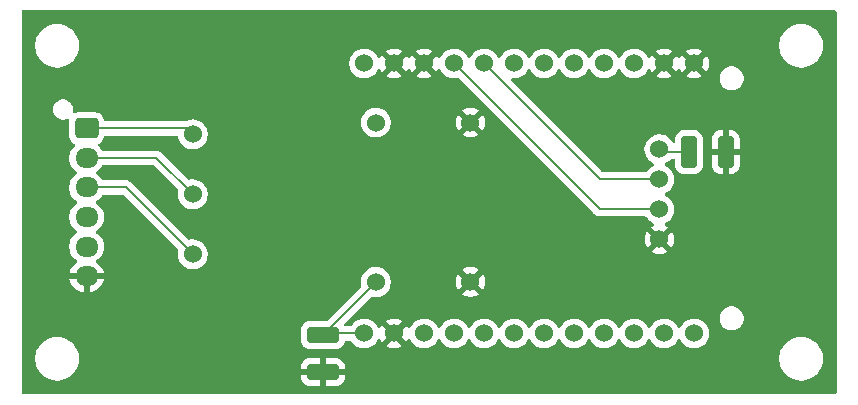
<source format=gtl>
%TF.GenerationSoftware,KiCad,Pcbnew,9.0.0-9.0.0-2~ubuntu24.04.1*%
%TF.CreationDate,2025-03-28T20:06:40+01:00*%
%TF.ProjectId,MarstekMonitor,4d617273-7465-46b4-9d6f-6e69746f722e,rev?*%
%TF.SameCoordinates,Original*%
%TF.FileFunction,Copper,L1,Top*%
%TF.FilePolarity,Positive*%
%FSLAX46Y46*%
G04 Gerber Fmt 4.6, Leading zero omitted, Abs format (unit mm)*
G04 Created by KiCad (PCBNEW 9.0.0-9.0.0-2~ubuntu24.04.1) date 2025-03-28 20:06:40*
%MOMM*%
%LPD*%
G01*
G04 APERTURE LIST*
G04 Aperture macros list*
%AMRoundRect*
0 Rectangle with rounded corners*
0 $1 Rounding radius*
0 $2 $3 $4 $5 $6 $7 $8 $9 X,Y pos of 4 corners*
0 Add a 4 corners polygon primitive as box body*
4,1,4,$2,$3,$4,$5,$6,$7,$8,$9,$2,$3,0*
0 Add four circle primitives for the rounded corners*
1,1,$1+$1,$2,$3*
1,1,$1+$1,$4,$5*
1,1,$1+$1,$6,$7*
1,1,$1+$1,$8,$9*
0 Add four rect primitives between the rounded corners*
20,1,$1+$1,$2,$3,$4,$5,0*
20,1,$1+$1,$4,$5,$6,$7,0*
20,1,$1+$1,$6,$7,$8,$9,0*
20,1,$1+$1,$8,$9,$2,$3,0*%
G04 Aperture macros list end*
%TA.AperFunction,ComponentPad*%
%ADD10C,1.524000*%
%TD*%
%TA.AperFunction,SMDPad,CuDef*%
%ADD11RoundRect,0.250000X-1.100000X0.412500X-1.100000X-0.412500X1.100000X-0.412500X1.100000X0.412500X0*%
%TD*%
%TA.AperFunction,SMDPad,CuDef*%
%ADD12RoundRect,0.250000X-0.412500X-1.100000X0.412500X-1.100000X0.412500X1.100000X-0.412500X1.100000X0*%
%TD*%
%TA.AperFunction,ComponentPad*%
%ADD13RoundRect,0.250000X-0.725000X0.600000X-0.725000X-0.600000X0.725000X-0.600000X0.725000X0.600000X0*%
%TD*%
%TA.AperFunction,ComponentPad*%
%ADD14O,1.950000X1.700000*%
%TD*%
%TA.AperFunction,Conductor*%
%ADD15C,0.200000*%
%TD*%
G04 APERTURE END LIST*
D10*
%TO.P,RS485_TTL_Board1,1,VCC*%
%TO.N,+5V*%
X141500000Y-74765000D03*
%TO.P,RS485_TTL_Board1,2,TXD*%
%TO.N,/TXD*%
X141500000Y-77305000D03*
%TO.P,RS485_TTL_Board1,3,RXD*%
%TO.N,/RXD*%
X141500000Y-79845000D03*
%TO.P,RS485_TTL_Board1,4,GND*%
%TO.N,GND*%
X141500000Y-82385000D03*
%TO.P,RS485_TTL_Board1,5,A+*%
%TO.N,/RS485_A*%
X102000000Y-73500000D03*
%TO.P,RS485_TTL_Board1,6,B-*%
%TO.N,/RS485_B*%
X102000000Y-78580000D03*
%TO.P,RS485_TTL_Board1,7,Data_GND*%
%TO.N,GNDD*%
X102000000Y-83660000D03*
%TD*%
%TO.P,BuckBoostModuleFixed5V1,1,Vi-*%
%TO.N,GND*%
X125500000Y-72500000D03*
%TO.P,BuckBoostModuleFixed5V1,2,Vi+*%
%TO.N,VCC*%
X117500000Y-72500000D03*
%TO.P,BuckBoostModuleFixed5V1,3,Vo-*%
%TO.N,GND*%
X125500000Y-86000000D03*
%TO.P,BuckBoostModuleFixed5V1,4,Vo+*%
%TO.N,+5V*%
X117500000Y-86000000D03*
%TD*%
D11*
%TO.P,C2,1*%
%TO.N,+5V*%
X113000000Y-90500000D03*
%TO.P,C2,2*%
%TO.N,GND*%
X113000000Y-93625000D03*
%TD*%
D12*
%TO.P,C1,1*%
%TO.N,+5V*%
X144000000Y-75000000D03*
%TO.P,C1,2*%
%TO.N,GND*%
X147125000Y-75000000D03*
%TD*%
D13*
%TO.P,J1,1,Pin_1*%
%TO.N,/RS485_A*%
X93000000Y-73000000D03*
D14*
%TO.P,J1,2,Pin_2*%
%TO.N,/RS485_B*%
X93000000Y-75500000D03*
%TO.P,J1,3,Pin_3*%
%TO.N,GNDD*%
X93000000Y-78000000D03*
%TO.P,J1,4,Pin_4*%
%TO.N,unconnected-(J1-Pin_4-Pad4)*%
X93000000Y-80500000D03*
%TO.P,J1,5,Pin_5*%
%TO.N,VCC*%
X93000000Y-83000000D03*
%TO.P,J1,6,Pin_6*%
%TO.N,GND*%
X93000000Y-85500000D03*
%TD*%
D10*
%TO.P,TTGO1,24,3.3V*%
%TO.N,unconnected-(TTGO1-3.3V-Pad24)*%
X116500000Y-67500000D03*
%TO.P,TTGO1,23,GND*%
%TO.N,GND*%
X119040000Y-67500000D03*
%TO.P,TTGO1,22,GND*%
X121580000Y-67500000D03*
%TO.P,TTGO1,21,GPIO12*%
%TO.N,/RXD*%
X124120000Y-67500000D03*
%TO.P,TTGO1,20,GPIO13*%
%TO.N,/TXD*%
X126660000Y-67500000D03*
%TO.P,TTGO1,19,GPIO15*%
%TO.N,unconnected-(TTGO1-GPIO15-Pad19)*%
X129200000Y-67500000D03*
%TO.P,TTGO1,18,GPIO2*%
%TO.N,unconnected-(TTGO1-GPIO2-Pad18)*%
X131740000Y-67500000D03*
%TO.P,TTGO1,17,GPIO17*%
%TO.N,unconnected-(TTGO1-GPIO17-Pad17)*%
X134280000Y-67500000D03*
%TO.P,TTGO1,16,GPIO22*%
%TO.N,unconnected-(TTGO1-GPIO22-Pad16)*%
X136820000Y-67500000D03*
%TO.P,TTGO1,15,GPIO21*%
%TO.N,unconnected-(TTGO1-GPIO21-Pad15)*%
X139360000Y-67500000D03*
%TO.P,TTGO1,14,GND*%
%TO.N,GND*%
X141900000Y-67500000D03*
%TO.P,TTGO1,13,GND*%
X144440000Y-67500000D03*
%TO.P,TTGO1,12,3.3V*%
%TO.N,unconnected-(TTGO1-3.3V-Pad12)*%
X144440000Y-90360000D03*
%TO.P,TTGO1,11,SVP*%
%TO.N,unconnected-(TTGO1-SVP-Pad11)*%
X141900000Y-90360000D03*
%TO.P,TTGO1,10,GPIO37*%
%TO.N,unconnected-(TTGO1-GPIO37-Pad10)*%
X139360000Y-90360000D03*
%TO.P,TTGO1,9,GPIO38*%
%TO.N,unconnected-(TTGO1-GPIO38-Pad9)*%
X136820000Y-90360000D03*
%TO.P,TTGO1,8,SVN*%
%TO.N,unconnected-(TTGO1-SVN-Pad8)*%
X134280000Y-90360000D03*
%TO.P,TTGO1,7,GPIO32*%
%TO.N,unconnected-(TTGO1-GPIO32-Pad7)*%
X131740000Y-90360000D03*
%TO.P,TTGO1,6,GPIO33*%
%TO.N,unconnected-(TTGO1-GPIO33-Pad6)*%
X129200000Y-90360000D03*
%TO.P,TTGO1,5,GPIO25*%
%TO.N,unconnected-(TTGO1-GPIO25-Pad5)*%
X126660000Y-90360000D03*
%TO.P,TTGO1,4,GPIO26*%
%TO.N,unconnected-(TTGO1-GPIO26-Pad4)*%
X124120000Y-90360000D03*
%TO.P,TTGO1,3,GPIO27*%
%TO.N,unconnected-(TTGO1-GPIO27-Pad3)*%
X121580000Y-90360000D03*
%TO.P,TTGO1,2,GND*%
%TO.N,GND*%
X119040000Y-90360000D03*
%TO.P,TTGO1,1,5V*%
%TO.N,+5V*%
X116500000Y-90360000D03*
%TD*%
D15*
%TO.N,+5V*%
X144000000Y-75000000D02*
X141735000Y-75000000D01*
X141735000Y-75000000D02*
X141500000Y-74765000D01*
X117500000Y-86000000D02*
X113000000Y-90500000D01*
%TO.N,GNDD*%
X93000000Y-78000000D02*
X96340000Y-78000000D01*
%TO.N,/RS485_B*%
X93000000Y-75500000D02*
X98920000Y-75500000D01*
X98920000Y-75500000D02*
X102000000Y-78580000D01*
%TO.N,/RS485_A*%
X93000000Y-73000000D02*
X101500000Y-73000000D01*
X101500000Y-73000000D02*
X102000000Y-73500000D01*
%TO.N,GNDD*%
X96340000Y-78000000D02*
X102000000Y-83660000D01*
%TO.N,/TXD*%
X136465000Y-77305000D02*
X141500000Y-77305000D01*
X126660000Y-67500000D02*
X136465000Y-77305000D01*
%TO.N,/RXD*%
X124120000Y-67500000D02*
X136465000Y-79845000D01*
X136465000Y-79845000D02*
X141500000Y-79845000D01*
%TO.N,+5V*%
X116500000Y-90360000D02*
X113140000Y-90360000D01*
X113140000Y-90360000D02*
X113000000Y-90500000D01*
%TD*%
%TA.AperFunction,Conductor*%
%TO.N,GND*%
G36*
X156442539Y-63020185D02*
G01*
X156488294Y-63072989D01*
X156499500Y-63124500D01*
X156499500Y-95375500D01*
X156479815Y-95442539D01*
X156427011Y-95488294D01*
X156375500Y-95499500D01*
X87624500Y-95499500D01*
X87557461Y-95479815D01*
X87511706Y-95427011D01*
X87500500Y-95375500D01*
X87500500Y-92378711D01*
X88649500Y-92378711D01*
X88649500Y-92621288D01*
X88681161Y-92861785D01*
X88743947Y-93096104D01*
X88771455Y-93162513D01*
X88836776Y-93320212D01*
X88958064Y-93530289D01*
X88958066Y-93530292D01*
X88958067Y-93530293D01*
X89105733Y-93722736D01*
X89105739Y-93722743D01*
X89277256Y-93894260D01*
X89277262Y-93894265D01*
X89469711Y-94041936D01*
X89679788Y-94163224D01*
X89903900Y-94256054D01*
X90138211Y-94318838D01*
X90318586Y-94342584D01*
X90378711Y-94350500D01*
X90378712Y-94350500D01*
X90621289Y-94350500D01*
X90669388Y-94344167D01*
X90861789Y-94318838D01*
X91096100Y-94256054D01*
X91320212Y-94163224D01*
X91451394Y-94087486D01*
X111150001Y-94087486D01*
X111160494Y-94190197D01*
X111215641Y-94356619D01*
X111215643Y-94356624D01*
X111307684Y-94505845D01*
X111431654Y-94629815D01*
X111580875Y-94721856D01*
X111580880Y-94721858D01*
X111747302Y-94777005D01*
X111747309Y-94777006D01*
X111850019Y-94787499D01*
X112749999Y-94787499D01*
X113250000Y-94787499D01*
X114149972Y-94787499D01*
X114149986Y-94787498D01*
X114252697Y-94777005D01*
X114419119Y-94721858D01*
X114419124Y-94721856D01*
X114568345Y-94629815D01*
X114692315Y-94505845D01*
X114784356Y-94356624D01*
X114784358Y-94356619D01*
X114839505Y-94190197D01*
X114839506Y-94190190D01*
X114849999Y-94087486D01*
X114850000Y-94087473D01*
X114850000Y-93875000D01*
X113250000Y-93875000D01*
X113250000Y-94787499D01*
X112749999Y-94787499D01*
X112750000Y-94787498D01*
X112750000Y-93875000D01*
X111150001Y-93875000D01*
X111150001Y-94087486D01*
X91451394Y-94087486D01*
X91530289Y-94041936D01*
X91722738Y-93894265D01*
X91742003Y-93875000D01*
X91881047Y-93735957D01*
X91894260Y-93722743D01*
X91894265Y-93722738D01*
X92041936Y-93530289D01*
X92163224Y-93320212D01*
X92228545Y-93162513D01*
X111150000Y-93162513D01*
X111150000Y-93375000D01*
X112750000Y-93375000D01*
X113250000Y-93375000D01*
X114849999Y-93375000D01*
X114849999Y-93162528D01*
X114849998Y-93162513D01*
X114839505Y-93059802D01*
X114784358Y-92893380D01*
X114784356Y-92893375D01*
X114692315Y-92744154D01*
X114568345Y-92620184D01*
X114419124Y-92528143D01*
X114419119Y-92528141D01*
X114311135Y-92492359D01*
X114252697Y-92472994D01*
X114252690Y-92472993D01*
X114149986Y-92462500D01*
X113250000Y-92462500D01*
X113250000Y-93375000D01*
X112750000Y-93375000D01*
X112750000Y-92462500D01*
X111850028Y-92462500D01*
X111850012Y-92462501D01*
X111747302Y-92472994D01*
X111580880Y-92528141D01*
X111580875Y-92528143D01*
X111431654Y-92620184D01*
X111307684Y-92744154D01*
X111215643Y-92893375D01*
X111215641Y-92893380D01*
X111160494Y-93059802D01*
X111160493Y-93059809D01*
X111150000Y-93162513D01*
X92228545Y-93162513D01*
X92256054Y-93096100D01*
X92318838Y-92861789D01*
X92350500Y-92621288D01*
X92350500Y-92378712D01*
X92350500Y-92378711D01*
X151649500Y-92378711D01*
X151649500Y-92621288D01*
X151681161Y-92861785D01*
X151743947Y-93096104D01*
X151771455Y-93162513D01*
X151836776Y-93320212D01*
X151958064Y-93530289D01*
X151958066Y-93530292D01*
X151958067Y-93530293D01*
X152105733Y-93722736D01*
X152105739Y-93722743D01*
X152277256Y-93894260D01*
X152277262Y-93894265D01*
X152469711Y-94041936D01*
X152679788Y-94163224D01*
X152903900Y-94256054D01*
X153138211Y-94318838D01*
X153318586Y-94342584D01*
X153378711Y-94350500D01*
X153378712Y-94350500D01*
X153621289Y-94350500D01*
X153669388Y-94344167D01*
X153861789Y-94318838D01*
X154096100Y-94256054D01*
X154320212Y-94163224D01*
X154530289Y-94041936D01*
X154722738Y-93894265D01*
X154894265Y-93722738D01*
X155041936Y-93530289D01*
X155163224Y-93320212D01*
X155256054Y-93096100D01*
X155318838Y-92861789D01*
X155350500Y-92621288D01*
X155350500Y-92378712D01*
X155318838Y-92138211D01*
X155256054Y-91903900D01*
X155163224Y-91679788D01*
X155041936Y-91469711D01*
X154894265Y-91277262D01*
X154894260Y-91277256D01*
X154722743Y-91105739D01*
X154722736Y-91105733D01*
X154530293Y-90958067D01*
X154530292Y-90958066D01*
X154530289Y-90958064D01*
X154320212Y-90836776D01*
X154320205Y-90836773D01*
X154096104Y-90743947D01*
X153861785Y-90681161D01*
X153621289Y-90649500D01*
X153621288Y-90649500D01*
X153378712Y-90649500D01*
X153378711Y-90649500D01*
X153138214Y-90681161D01*
X152903895Y-90743947D01*
X152679794Y-90836773D01*
X152679785Y-90836777D01*
X152469706Y-90958067D01*
X152277263Y-91105733D01*
X152277256Y-91105739D01*
X152105739Y-91277256D01*
X152105733Y-91277263D01*
X151958067Y-91469706D01*
X151836777Y-91679785D01*
X151836773Y-91679794D01*
X151743947Y-91903895D01*
X151681161Y-92138214D01*
X151649500Y-92378711D01*
X92350500Y-92378711D01*
X92318838Y-92138211D01*
X92256054Y-91903900D01*
X92163224Y-91679788D01*
X92041936Y-91469711D01*
X91894265Y-91277262D01*
X91894260Y-91277256D01*
X91722743Y-91105739D01*
X91722736Y-91105733D01*
X91530293Y-90958067D01*
X91530292Y-90958066D01*
X91530289Y-90958064D01*
X91320212Y-90836776D01*
X91320205Y-90836773D01*
X91096104Y-90743947D01*
X90861785Y-90681161D01*
X90621289Y-90649500D01*
X90621288Y-90649500D01*
X90378712Y-90649500D01*
X90378711Y-90649500D01*
X90138214Y-90681161D01*
X89903895Y-90743947D01*
X89679794Y-90836773D01*
X89679785Y-90836777D01*
X89469706Y-90958067D01*
X89277263Y-91105733D01*
X89277256Y-91105739D01*
X89105739Y-91277256D01*
X89105733Y-91277263D01*
X88958067Y-91469706D01*
X88836777Y-91679785D01*
X88836773Y-91679794D01*
X88743947Y-91903895D01*
X88681161Y-92138214D01*
X88649500Y-92378711D01*
X87500500Y-92378711D01*
X87500500Y-90037483D01*
X111149500Y-90037483D01*
X111149500Y-90962501D01*
X111149501Y-90962519D01*
X111160000Y-91065296D01*
X111160001Y-91065299D01*
X111173402Y-91105739D01*
X111215186Y-91231834D01*
X111307288Y-91381156D01*
X111431344Y-91505212D01*
X111580666Y-91597314D01*
X111747203Y-91652499D01*
X111849991Y-91663000D01*
X114150008Y-91662999D01*
X114252797Y-91652499D01*
X114419334Y-91597314D01*
X114568656Y-91505212D01*
X114692712Y-91381156D01*
X114784814Y-91231834D01*
X114839999Y-91065297D01*
X114840000Y-91065284D01*
X114841417Y-91058673D01*
X114844406Y-91059313D01*
X114865898Y-91006984D01*
X114923171Y-90966964D01*
X114962683Y-90960500D01*
X115313270Y-90960500D01*
X115380309Y-90980185D01*
X115417191Y-91017866D01*
X115417349Y-91017752D01*
X115418127Y-91018823D01*
X115419000Y-91019715D01*
X115420210Y-91021690D01*
X115420213Y-91021694D01*
X115537019Y-91182464D01*
X115677536Y-91322981D01*
X115838306Y-91439787D01*
X115897025Y-91469706D01*
X116015367Y-91530005D01*
X116015370Y-91530006D01*
X116109866Y-91560709D01*
X116204364Y-91591413D01*
X116400639Y-91622500D01*
X116400640Y-91622500D01*
X116599360Y-91622500D01*
X116599361Y-91622500D01*
X116795636Y-91591413D01*
X116984632Y-91530005D01*
X117161694Y-91439787D01*
X117322464Y-91322981D01*
X117462981Y-91182464D01*
X117579787Y-91021694D01*
X117659796Y-90864667D01*
X117707769Y-90813872D01*
X117775590Y-90797077D01*
X117841725Y-90819614D01*
X117880765Y-90864668D01*
X117960641Y-91021432D01*
X117987730Y-91058715D01*
X117987731Y-91058716D01*
X118659000Y-90387447D01*
X118659000Y-90410160D01*
X118684964Y-90507061D01*
X118735124Y-90593940D01*
X118806060Y-90664876D01*
X118892939Y-90715036D01*
X118989840Y-90741000D01*
X119012553Y-90741000D01*
X118341283Y-91412268D01*
X118341283Y-91412269D01*
X118378567Y-91439358D01*
X118555562Y-91529542D01*
X118744477Y-91590924D01*
X118940679Y-91622000D01*
X119139321Y-91622000D01*
X119335520Y-91590924D01*
X119335523Y-91590924D01*
X119524437Y-91529542D01*
X119701425Y-91439362D01*
X119738716Y-91412268D01*
X119067448Y-90741000D01*
X119090160Y-90741000D01*
X119187061Y-90715036D01*
X119273940Y-90664876D01*
X119344876Y-90593940D01*
X119395036Y-90507061D01*
X119421000Y-90410160D01*
X119421000Y-90387447D01*
X120092268Y-91058715D01*
X120119364Y-91021422D01*
X120199234Y-90864669D01*
X120247208Y-90813872D01*
X120315029Y-90797077D01*
X120381164Y-90819614D01*
X120420203Y-90864667D01*
X120500213Y-91021694D01*
X120617019Y-91182464D01*
X120757536Y-91322981D01*
X120918306Y-91439787D01*
X120977025Y-91469706D01*
X121095367Y-91530005D01*
X121095370Y-91530006D01*
X121189866Y-91560709D01*
X121284364Y-91591413D01*
X121480639Y-91622500D01*
X121480640Y-91622500D01*
X121679360Y-91622500D01*
X121679361Y-91622500D01*
X121875636Y-91591413D01*
X122064632Y-91530005D01*
X122241694Y-91439787D01*
X122402464Y-91322981D01*
X122542981Y-91182464D01*
X122659787Y-91021694D01*
X122739515Y-90865218D01*
X122787490Y-90814423D01*
X122855311Y-90797628D01*
X122921446Y-90820165D01*
X122960484Y-90865218D01*
X123040213Y-91021694D01*
X123157019Y-91182464D01*
X123297536Y-91322981D01*
X123458306Y-91439787D01*
X123517025Y-91469706D01*
X123635367Y-91530005D01*
X123635370Y-91530006D01*
X123729866Y-91560709D01*
X123824364Y-91591413D01*
X124020639Y-91622500D01*
X124020640Y-91622500D01*
X124219360Y-91622500D01*
X124219361Y-91622500D01*
X124415636Y-91591413D01*
X124604632Y-91530005D01*
X124781694Y-91439787D01*
X124942464Y-91322981D01*
X125082981Y-91182464D01*
X125199787Y-91021694D01*
X125279515Y-90865218D01*
X125327490Y-90814423D01*
X125395311Y-90797628D01*
X125461446Y-90820165D01*
X125500484Y-90865218D01*
X125580213Y-91021694D01*
X125697019Y-91182464D01*
X125837536Y-91322981D01*
X125998306Y-91439787D01*
X126057025Y-91469706D01*
X126175367Y-91530005D01*
X126175370Y-91530006D01*
X126269866Y-91560709D01*
X126364364Y-91591413D01*
X126560639Y-91622500D01*
X126560640Y-91622500D01*
X126759360Y-91622500D01*
X126759361Y-91622500D01*
X126955636Y-91591413D01*
X127144632Y-91530005D01*
X127321694Y-91439787D01*
X127482464Y-91322981D01*
X127622981Y-91182464D01*
X127739787Y-91021694D01*
X127819515Y-90865218D01*
X127867490Y-90814423D01*
X127935311Y-90797628D01*
X128001446Y-90820165D01*
X128040484Y-90865218D01*
X128120213Y-91021694D01*
X128237019Y-91182464D01*
X128377536Y-91322981D01*
X128538306Y-91439787D01*
X128597025Y-91469706D01*
X128715367Y-91530005D01*
X128715370Y-91530006D01*
X128809866Y-91560709D01*
X128904364Y-91591413D01*
X129100639Y-91622500D01*
X129100640Y-91622500D01*
X129299360Y-91622500D01*
X129299361Y-91622500D01*
X129495636Y-91591413D01*
X129684632Y-91530005D01*
X129861694Y-91439787D01*
X130022464Y-91322981D01*
X130162981Y-91182464D01*
X130279787Y-91021694D01*
X130359515Y-90865218D01*
X130407490Y-90814423D01*
X130475311Y-90797628D01*
X130541446Y-90820165D01*
X130580484Y-90865218D01*
X130660213Y-91021694D01*
X130777019Y-91182464D01*
X130917536Y-91322981D01*
X131078306Y-91439787D01*
X131137025Y-91469706D01*
X131255367Y-91530005D01*
X131255370Y-91530006D01*
X131349866Y-91560709D01*
X131444364Y-91591413D01*
X131640639Y-91622500D01*
X131640640Y-91622500D01*
X131839360Y-91622500D01*
X131839361Y-91622500D01*
X132035636Y-91591413D01*
X132224632Y-91530005D01*
X132401694Y-91439787D01*
X132562464Y-91322981D01*
X132702981Y-91182464D01*
X132819787Y-91021694D01*
X132899515Y-90865218D01*
X132947490Y-90814423D01*
X133015311Y-90797628D01*
X133081446Y-90820165D01*
X133120484Y-90865218D01*
X133200213Y-91021694D01*
X133317019Y-91182464D01*
X133457536Y-91322981D01*
X133618306Y-91439787D01*
X133677025Y-91469706D01*
X133795367Y-91530005D01*
X133795370Y-91530006D01*
X133889866Y-91560709D01*
X133984364Y-91591413D01*
X134180639Y-91622500D01*
X134180640Y-91622500D01*
X134379360Y-91622500D01*
X134379361Y-91622500D01*
X134575636Y-91591413D01*
X134764632Y-91530005D01*
X134941694Y-91439787D01*
X135102464Y-91322981D01*
X135242981Y-91182464D01*
X135359787Y-91021694D01*
X135439515Y-90865218D01*
X135487490Y-90814423D01*
X135555311Y-90797628D01*
X135621446Y-90820165D01*
X135660484Y-90865218D01*
X135740213Y-91021694D01*
X135857019Y-91182464D01*
X135997536Y-91322981D01*
X136158306Y-91439787D01*
X136217025Y-91469706D01*
X136335367Y-91530005D01*
X136335370Y-91530006D01*
X136429866Y-91560709D01*
X136524364Y-91591413D01*
X136720639Y-91622500D01*
X136720640Y-91622500D01*
X136919360Y-91622500D01*
X136919361Y-91622500D01*
X137115636Y-91591413D01*
X137304632Y-91530005D01*
X137481694Y-91439787D01*
X137642464Y-91322981D01*
X137782981Y-91182464D01*
X137899787Y-91021694D01*
X137979515Y-90865218D01*
X138027490Y-90814423D01*
X138095311Y-90797628D01*
X138161446Y-90820165D01*
X138200484Y-90865218D01*
X138280213Y-91021694D01*
X138397019Y-91182464D01*
X138537536Y-91322981D01*
X138698306Y-91439787D01*
X138757025Y-91469706D01*
X138875367Y-91530005D01*
X138875370Y-91530006D01*
X138969866Y-91560709D01*
X139064364Y-91591413D01*
X139260639Y-91622500D01*
X139260640Y-91622500D01*
X139459360Y-91622500D01*
X139459361Y-91622500D01*
X139655636Y-91591413D01*
X139844632Y-91530005D01*
X140021694Y-91439787D01*
X140182464Y-91322981D01*
X140322981Y-91182464D01*
X140439787Y-91021694D01*
X140519515Y-90865218D01*
X140567490Y-90814423D01*
X140635311Y-90797628D01*
X140701446Y-90820165D01*
X140740484Y-90865218D01*
X140820213Y-91021694D01*
X140937019Y-91182464D01*
X141077536Y-91322981D01*
X141238306Y-91439787D01*
X141297025Y-91469706D01*
X141415367Y-91530005D01*
X141415370Y-91530006D01*
X141509866Y-91560709D01*
X141604364Y-91591413D01*
X141800639Y-91622500D01*
X141800640Y-91622500D01*
X141999360Y-91622500D01*
X141999361Y-91622500D01*
X142195636Y-91591413D01*
X142384632Y-91530005D01*
X142561694Y-91439787D01*
X142722464Y-91322981D01*
X142862981Y-91182464D01*
X142979787Y-91021694D01*
X143059515Y-90865218D01*
X143107490Y-90814423D01*
X143175311Y-90797628D01*
X143241446Y-90820165D01*
X143280484Y-90865218D01*
X143360213Y-91021694D01*
X143477019Y-91182464D01*
X143617536Y-91322981D01*
X143778306Y-91439787D01*
X143837025Y-91469706D01*
X143955367Y-91530005D01*
X143955370Y-91530006D01*
X144049866Y-91560709D01*
X144144364Y-91591413D01*
X144340639Y-91622500D01*
X144340640Y-91622500D01*
X144539360Y-91622500D01*
X144539361Y-91622500D01*
X144735636Y-91591413D01*
X144924632Y-91530005D01*
X145101694Y-91439787D01*
X145262464Y-91322981D01*
X145402981Y-91182464D01*
X145519787Y-91021694D01*
X145610005Y-90844632D01*
X145671413Y-90655636D01*
X145702500Y-90459361D01*
X145702500Y-90260639D01*
X145671413Y-90064364D01*
X145610005Y-89875368D01*
X145610005Y-89875367D01*
X145540937Y-89739815D01*
X145519787Y-89698306D01*
X145402981Y-89537536D01*
X145262464Y-89397019D01*
X145101694Y-89280213D01*
X144924632Y-89189994D01*
X144924629Y-89189993D01*
X144923804Y-89189725D01*
X146602499Y-89189725D01*
X146641408Y-89385329D01*
X146641411Y-89385339D01*
X146717730Y-89569592D01*
X146717737Y-89569605D01*
X146828539Y-89735430D01*
X146828542Y-89735434D01*
X146969565Y-89876457D01*
X146969569Y-89876460D01*
X147135394Y-89987262D01*
X147135407Y-89987269D01*
X147299226Y-90055124D01*
X147319665Y-90063590D01*
X147319669Y-90063590D01*
X147319670Y-90063591D01*
X147515274Y-90102500D01*
X147515277Y-90102500D01*
X147714725Y-90102500D01*
X147846324Y-90076322D01*
X147910335Y-90063590D01*
X148094599Y-89987266D01*
X148260431Y-89876460D01*
X148401460Y-89735431D01*
X148512266Y-89569599D01*
X148521288Y-89547819D01*
X148543253Y-89494788D01*
X148588590Y-89385335D01*
X148627446Y-89189994D01*
X148627500Y-89189725D01*
X148627500Y-88990274D01*
X148588591Y-88794670D01*
X148588590Y-88794669D01*
X148588590Y-88794665D01*
X148588588Y-88794660D01*
X148512269Y-88610407D01*
X148512262Y-88610394D01*
X148401460Y-88444569D01*
X148401457Y-88444565D01*
X148260434Y-88303542D01*
X148260430Y-88303539D01*
X148094605Y-88192737D01*
X148094592Y-88192730D01*
X147910339Y-88116411D01*
X147910329Y-88116408D01*
X147714725Y-88077500D01*
X147714723Y-88077500D01*
X147515277Y-88077500D01*
X147515275Y-88077500D01*
X147319670Y-88116408D01*
X147319660Y-88116411D01*
X147135407Y-88192730D01*
X147135394Y-88192737D01*
X146969569Y-88303539D01*
X146969565Y-88303542D01*
X146828542Y-88444565D01*
X146828539Y-88444569D01*
X146717737Y-88610394D01*
X146717730Y-88610407D01*
X146641411Y-88794660D01*
X146641408Y-88794670D01*
X146602500Y-88990274D01*
X146602500Y-88990277D01*
X146602500Y-89189723D01*
X146602500Y-89189725D01*
X146602499Y-89189725D01*
X144923804Y-89189725D01*
X144735637Y-89128587D01*
X144597182Y-89106658D01*
X144539361Y-89097500D01*
X144340639Y-89097500D01*
X144282818Y-89106658D01*
X144144362Y-89128587D01*
X143955370Y-89189993D01*
X143955367Y-89189994D01*
X143778305Y-89280213D01*
X143617533Y-89397021D01*
X143477021Y-89537533D01*
X143360213Y-89698305D01*
X143280485Y-89854780D01*
X143232510Y-89905576D01*
X143164689Y-89922371D01*
X143098554Y-89899833D01*
X143059515Y-89854780D01*
X143040179Y-89816832D01*
X142979787Y-89698306D01*
X142862981Y-89537536D01*
X142722464Y-89397019D01*
X142561694Y-89280213D01*
X142384632Y-89189994D01*
X142384629Y-89189993D01*
X142195637Y-89128587D01*
X142057182Y-89106658D01*
X141999361Y-89097500D01*
X141800639Y-89097500D01*
X141742818Y-89106658D01*
X141604362Y-89128587D01*
X141415370Y-89189993D01*
X141415367Y-89189994D01*
X141238305Y-89280213D01*
X141077533Y-89397021D01*
X140937021Y-89537533D01*
X140820213Y-89698305D01*
X140740485Y-89854780D01*
X140692510Y-89905576D01*
X140624689Y-89922371D01*
X140558554Y-89899833D01*
X140519515Y-89854780D01*
X140500179Y-89816832D01*
X140439787Y-89698306D01*
X140322981Y-89537536D01*
X140182464Y-89397019D01*
X140021694Y-89280213D01*
X139844632Y-89189994D01*
X139844629Y-89189993D01*
X139655637Y-89128587D01*
X139517182Y-89106658D01*
X139459361Y-89097500D01*
X139260639Y-89097500D01*
X139202818Y-89106658D01*
X139064362Y-89128587D01*
X138875370Y-89189993D01*
X138875367Y-89189994D01*
X138698305Y-89280213D01*
X138537533Y-89397021D01*
X138397021Y-89537533D01*
X138280213Y-89698305D01*
X138200485Y-89854780D01*
X138152510Y-89905576D01*
X138084689Y-89922371D01*
X138018554Y-89899833D01*
X137979515Y-89854780D01*
X137960179Y-89816832D01*
X137899787Y-89698306D01*
X137782981Y-89537536D01*
X137642464Y-89397019D01*
X137481694Y-89280213D01*
X137304632Y-89189994D01*
X137304629Y-89189993D01*
X137115637Y-89128587D01*
X136977182Y-89106658D01*
X136919361Y-89097500D01*
X136720639Y-89097500D01*
X136662818Y-89106658D01*
X136524362Y-89128587D01*
X136335370Y-89189993D01*
X136335367Y-89189994D01*
X136158305Y-89280213D01*
X135997533Y-89397021D01*
X135857021Y-89537533D01*
X135740213Y-89698305D01*
X135660485Y-89854780D01*
X135612510Y-89905576D01*
X135544689Y-89922371D01*
X135478554Y-89899833D01*
X135439515Y-89854780D01*
X135420179Y-89816832D01*
X135359787Y-89698306D01*
X135242981Y-89537536D01*
X135102464Y-89397019D01*
X134941694Y-89280213D01*
X134764632Y-89189994D01*
X134764629Y-89189993D01*
X134575637Y-89128587D01*
X134437182Y-89106658D01*
X134379361Y-89097500D01*
X134180639Y-89097500D01*
X134122818Y-89106658D01*
X133984362Y-89128587D01*
X133795370Y-89189993D01*
X133795367Y-89189994D01*
X133618305Y-89280213D01*
X133457533Y-89397021D01*
X133317021Y-89537533D01*
X133200213Y-89698305D01*
X133120485Y-89854780D01*
X133072510Y-89905576D01*
X133004689Y-89922371D01*
X132938554Y-89899833D01*
X132899515Y-89854780D01*
X132880179Y-89816832D01*
X132819787Y-89698306D01*
X132702981Y-89537536D01*
X132562464Y-89397019D01*
X132401694Y-89280213D01*
X132224632Y-89189994D01*
X132224629Y-89189993D01*
X132035637Y-89128587D01*
X131897182Y-89106658D01*
X131839361Y-89097500D01*
X131640639Y-89097500D01*
X131582818Y-89106658D01*
X131444362Y-89128587D01*
X131255370Y-89189993D01*
X131255367Y-89189994D01*
X131078305Y-89280213D01*
X130917533Y-89397021D01*
X130777021Y-89537533D01*
X130660213Y-89698305D01*
X130580485Y-89854780D01*
X130532510Y-89905576D01*
X130464689Y-89922371D01*
X130398554Y-89899833D01*
X130359515Y-89854780D01*
X130340179Y-89816832D01*
X130279787Y-89698306D01*
X130162981Y-89537536D01*
X130022464Y-89397019D01*
X129861694Y-89280213D01*
X129684632Y-89189994D01*
X129684629Y-89189993D01*
X129495637Y-89128587D01*
X129357182Y-89106658D01*
X129299361Y-89097500D01*
X129100639Y-89097500D01*
X129042818Y-89106658D01*
X128904362Y-89128587D01*
X128715370Y-89189993D01*
X128715367Y-89189994D01*
X128538305Y-89280213D01*
X128377533Y-89397021D01*
X128237021Y-89537533D01*
X128120213Y-89698305D01*
X128040485Y-89854780D01*
X127992510Y-89905576D01*
X127924689Y-89922371D01*
X127858554Y-89899833D01*
X127819515Y-89854780D01*
X127800179Y-89816832D01*
X127739787Y-89698306D01*
X127622981Y-89537536D01*
X127482464Y-89397019D01*
X127321694Y-89280213D01*
X127144632Y-89189994D01*
X127144629Y-89189993D01*
X126955637Y-89128587D01*
X126817182Y-89106658D01*
X126759361Y-89097500D01*
X126560639Y-89097500D01*
X126502818Y-89106658D01*
X126364362Y-89128587D01*
X126175370Y-89189993D01*
X126175367Y-89189994D01*
X125998305Y-89280213D01*
X125837533Y-89397021D01*
X125697021Y-89537533D01*
X125580213Y-89698305D01*
X125500485Y-89854780D01*
X125452510Y-89905576D01*
X125384689Y-89922371D01*
X125318554Y-89899833D01*
X125279515Y-89854780D01*
X125260179Y-89816832D01*
X125199787Y-89698306D01*
X125082981Y-89537536D01*
X124942464Y-89397019D01*
X124781694Y-89280213D01*
X124604632Y-89189994D01*
X124604629Y-89189993D01*
X124415637Y-89128587D01*
X124277182Y-89106658D01*
X124219361Y-89097500D01*
X124020639Y-89097500D01*
X123962818Y-89106658D01*
X123824362Y-89128587D01*
X123635370Y-89189993D01*
X123635367Y-89189994D01*
X123458305Y-89280213D01*
X123297533Y-89397021D01*
X123157021Y-89537533D01*
X123040213Y-89698305D01*
X122960485Y-89854780D01*
X122912510Y-89905576D01*
X122844689Y-89922371D01*
X122778554Y-89899833D01*
X122739515Y-89854780D01*
X122720179Y-89816832D01*
X122659787Y-89698306D01*
X122542981Y-89537536D01*
X122402464Y-89397019D01*
X122241694Y-89280213D01*
X122064632Y-89189994D01*
X122064629Y-89189993D01*
X121875637Y-89128587D01*
X121737182Y-89106658D01*
X121679361Y-89097500D01*
X121480639Y-89097500D01*
X121422818Y-89106658D01*
X121284362Y-89128587D01*
X121095370Y-89189993D01*
X121095367Y-89189994D01*
X120918305Y-89280213D01*
X120757533Y-89397021D01*
X120617021Y-89537533D01*
X120500213Y-89698305D01*
X120420204Y-89855331D01*
X120372229Y-89906127D01*
X120304408Y-89922922D01*
X120238273Y-89900384D01*
X120199234Y-89855331D01*
X120119358Y-89698567D01*
X120092268Y-89661283D01*
X119421000Y-90332551D01*
X119421000Y-90309840D01*
X119395036Y-90212939D01*
X119344876Y-90126060D01*
X119273940Y-90055124D01*
X119187061Y-90004964D01*
X119090160Y-89979000D01*
X119067447Y-89979000D01*
X119738716Y-89307731D01*
X119738715Y-89307730D01*
X119701432Y-89280641D01*
X119524437Y-89190457D01*
X119335522Y-89129075D01*
X119139321Y-89098000D01*
X118940679Y-89098000D01*
X118744479Y-89129075D01*
X118744476Y-89129075D01*
X118555562Y-89190457D01*
X118378564Y-89280643D01*
X118341283Y-89307729D01*
X118341282Y-89307730D01*
X119012554Y-89979000D01*
X118989840Y-89979000D01*
X118892939Y-90004964D01*
X118806060Y-90055124D01*
X118735124Y-90126060D01*
X118684964Y-90212939D01*
X118659000Y-90309840D01*
X118659000Y-90332552D01*
X117987730Y-89661282D01*
X117987729Y-89661283D01*
X117960641Y-89698566D01*
X117880764Y-89855332D01*
X117832790Y-89906127D01*
X117764969Y-89922922D01*
X117698834Y-89900384D01*
X117659796Y-89855332D01*
X117579787Y-89698306D01*
X117462981Y-89537536D01*
X117322464Y-89397019D01*
X117161694Y-89280213D01*
X116984632Y-89189994D01*
X116984629Y-89189993D01*
X116795637Y-89128587D01*
X116657182Y-89106658D01*
X116599361Y-89097500D01*
X116400639Y-89097500D01*
X116342818Y-89106658D01*
X116204362Y-89128587D01*
X116015370Y-89189993D01*
X116015367Y-89189994D01*
X115838305Y-89280213D01*
X115677533Y-89397021D01*
X115537021Y-89537533D01*
X115420210Y-89698309D01*
X115419000Y-89700285D01*
X115418343Y-89700878D01*
X115417349Y-89702248D01*
X115417061Y-89702039D01*
X115367190Y-89747163D01*
X115313270Y-89759500D01*
X114889096Y-89759500D01*
X114822057Y-89739815D01*
X114776302Y-89687011D01*
X114766358Y-89617853D01*
X114795383Y-89554297D01*
X114801415Y-89547819D01*
X115904669Y-88444565D01*
X117085473Y-87263760D01*
X117146794Y-87230277D01*
X117199521Y-87230841D01*
X117199552Y-87230651D01*
X117200843Y-87230855D01*
X117202099Y-87230869D01*
X117204352Y-87231409D01*
X117204364Y-87231413D01*
X117400639Y-87262500D01*
X117400640Y-87262500D01*
X117599360Y-87262500D01*
X117599361Y-87262500D01*
X117795636Y-87231413D01*
X117984632Y-87170005D01*
X118161694Y-87079787D01*
X118322464Y-86962981D01*
X118462981Y-86822464D01*
X118579787Y-86661694D01*
X118670005Y-86484632D01*
X118731413Y-86295636D01*
X118762500Y-86099361D01*
X118762500Y-85900678D01*
X124238000Y-85900678D01*
X124238000Y-86099321D01*
X124269075Y-86295520D01*
X124269075Y-86295523D01*
X124330457Y-86484437D01*
X124420641Y-86661432D01*
X124447730Y-86698715D01*
X124447731Y-86698716D01*
X125119000Y-86027447D01*
X125119000Y-86050160D01*
X125144964Y-86147061D01*
X125195124Y-86233940D01*
X125266060Y-86304876D01*
X125352939Y-86355036D01*
X125449840Y-86381000D01*
X125472553Y-86381000D01*
X124801283Y-87052268D01*
X124801283Y-87052269D01*
X124838567Y-87079358D01*
X125015562Y-87169542D01*
X125204477Y-87230924D01*
X125400679Y-87262000D01*
X125599321Y-87262000D01*
X125795520Y-87230924D01*
X125795523Y-87230924D01*
X125984437Y-87169542D01*
X126161425Y-87079362D01*
X126198716Y-87052268D01*
X125527448Y-86381000D01*
X125550160Y-86381000D01*
X125647061Y-86355036D01*
X125733940Y-86304876D01*
X125804876Y-86233940D01*
X125855036Y-86147061D01*
X125881000Y-86050160D01*
X125881000Y-86027447D01*
X126552268Y-86698715D01*
X126579362Y-86661425D01*
X126669542Y-86484437D01*
X126730924Y-86295523D01*
X126730924Y-86295520D01*
X126762000Y-86099321D01*
X126762000Y-85900678D01*
X126730924Y-85704479D01*
X126730924Y-85704476D01*
X126669542Y-85515562D01*
X126579358Y-85338567D01*
X126552268Y-85301283D01*
X125881000Y-85972551D01*
X125881000Y-85949840D01*
X125855036Y-85852939D01*
X125804876Y-85766060D01*
X125733940Y-85695124D01*
X125647061Y-85644964D01*
X125550160Y-85619000D01*
X125527447Y-85619000D01*
X126198716Y-84947731D01*
X126198715Y-84947730D01*
X126161432Y-84920641D01*
X125984437Y-84830457D01*
X125795522Y-84769075D01*
X125599321Y-84738000D01*
X125400679Y-84738000D01*
X125204479Y-84769075D01*
X125204476Y-84769075D01*
X125015562Y-84830457D01*
X124838564Y-84920643D01*
X124801283Y-84947729D01*
X124801282Y-84947730D01*
X125472554Y-85619000D01*
X125449840Y-85619000D01*
X125352939Y-85644964D01*
X125266060Y-85695124D01*
X125195124Y-85766060D01*
X125144964Y-85852939D01*
X125119000Y-85949840D01*
X125119000Y-85972552D01*
X124447730Y-85301282D01*
X124447729Y-85301283D01*
X124420643Y-85338564D01*
X124330457Y-85515562D01*
X124269075Y-85704476D01*
X124269075Y-85704479D01*
X124238000Y-85900678D01*
X118762500Y-85900678D01*
X118762500Y-85900639D01*
X118731413Y-85704364D01*
X118700709Y-85609866D01*
X118670006Y-85515370D01*
X118670005Y-85515367D01*
X118624035Y-85425149D01*
X118579787Y-85338306D01*
X118462981Y-85177536D01*
X118322464Y-85037019D01*
X118161694Y-84920213D01*
X117984632Y-84829994D01*
X117984629Y-84829993D01*
X117795637Y-84768587D01*
X117697498Y-84753043D01*
X117599361Y-84737500D01*
X117400639Y-84737500D01*
X117335214Y-84747862D01*
X117204362Y-84768587D01*
X117015370Y-84829993D01*
X117015367Y-84829994D01*
X116838305Y-84920213D01*
X116677533Y-85037021D01*
X116537021Y-85177533D01*
X116420213Y-85338305D01*
X116329994Y-85515367D01*
X116329993Y-85515370D01*
X116268587Y-85704362D01*
X116237500Y-85900639D01*
X116237500Y-86099360D01*
X116268586Y-86295636D01*
X116269131Y-86297903D01*
X116269086Y-86298790D01*
X116269349Y-86300448D01*
X116269000Y-86300503D01*
X116265638Y-86367685D01*
X116236237Y-86414526D01*
X113350082Y-89300681D01*
X113288759Y-89334166D01*
X113262401Y-89337000D01*
X111849998Y-89337000D01*
X111849981Y-89337001D01*
X111747203Y-89347500D01*
X111747200Y-89347501D01*
X111580668Y-89402685D01*
X111580663Y-89402687D01*
X111431342Y-89494789D01*
X111307289Y-89618842D01*
X111215187Y-89768163D01*
X111215186Y-89768166D01*
X111160001Y-89934703D01*
X111160001Y-89934704D01*
X111160000Y-89934704D01*
X111149500Y-90037483D01*
X87500500Y-90037483D01*
X87500500Y-71316228D01*
X90149500Y-71316228D01*
X90149500Y-71483771D01*
X90182182Y-71648074D01*
X90182184Y-71648082D01*
X90246295Y-71802860D01*
X90339373Y-71942162D01*
X90457837Y-72060626D01*
X90550494Y-72122537D01*
X90597137Y-72153703D01*
X90751918Y-72217816D01*
X90899643Y-72247200D01*
X90916228Y-72250499D01*
X90916232Y-72250500D01*
X90916233Y-72250500D01*
X91083768Y-72250500D01*
X91083769Y-72250499D01*
X91248082Y-72217816D01*
X91358891Y-72171916D01*
X91428358Y-72164448D01*
X91490837Y-72195722D01*
X91526490Y-72255811D01*
X91529700Y-72299078D01*
X91524501Y-72349976D01*
X91524500Y-72349996D01*
X91524500Y-73650001D01*
X91524501Y-73650018D01*
X91535000Y-73752796D01*
X91535001Y-73752799D01*
X91590185Y-73919331D01*
X91590187Y-73919336D01*
X91682289Y-74068657D01*
X91806344Y-74192712D01*
X91961120Y-74288178D01*
X92007845Y-74340126D01*
X92019068Y-74409088D01*
X91991224Y-74473171D01*
X91983706Y-74481398D01*
X91844889Y-74620215D01*
X91719951Y-74792179D01*
X91623444Y-74981585D01*
X91557753Y-75183760D01*
X91524500Y-75393713D01*
X91524500Y-75606286D01*
X91543774Y-75727981D01*
X91557754Y-75816243D01*
X91605618Y-75963554D01*
X91623444Y-76018414D01*
X91719951Y-76207820D01*
X91844890Y-76379786D01*
X91995209Y-76530105D01*
X91995214Y-76530109D01*
X92159793Y-76649682D01*
X92202459Y-76705011D01*
X92208438Y-76774625D01*
X92175833Y-76836420D01*
X92159793Y-76850318D01*
X91995214Y-76969890D01*
X91995209Y-76969894D01*
X91844890Y-77120213D01*
X91719951Y-77292179D01*
X91623444Y-77481585D01*
X91557753Y-77683760D01*
X91546069Y-77757533D01*
X91524500Y-77893713D01*
X91524500Y-78106287D01*
X91533874Y-78165472D01*
X91552704Y-78284362D01*
X91557754Y-78316243D01*
X91618615Y-78503554D01*
X91623444Y-78518414D01*
X91719951Y-78707820D01*
X91844890Y-78879786D01*
X91995209Y-79030105D01*
X91995214Y-79030109D01*
X92159793Y-79149682D01*
X92202459Y-79205011D01*
X92208438Y-79274625D01*
X92175833Y-79336420D01*
X92159793Y-79350318D01*
X91995214Y-79469890D01*
X91995209Y-79469894D01*
X91844890Y-79620213D01*
X91719951Y-79792179D01*
X91623444Y-79981585D01*
X91557753Y-80183760D01*
X91524500Y-80393713D01*
X91524500Y-80606287D01*
X91557754Y-80816243D01*
X91593022Y-80924787D01*
X91623444Y-81018414D01*
X91719951Y-81207820D01*
X91844890Y-81379786D01*
X91995209Y-81530105D01*
X91995214Y-81530109D01*
X92159793Y-81649682D01*
X92202459Y-81705011D01*
X92208438Y-81774625D01*
X92175833Y-81836420D01*
X92159793Y-81850318D01*
X91995214Y-81969890D01*
X91995209Y-81969894D01*
X91844890Y-82120213D01*
X91719951Y-82292179D01*
X91623444Y-82481585D01*
X91557753Y-82683760D01*
X91524500Y-82893713D01*
X91524500Y-83106286D01*
X91556257Y-83306796D01*
X91557754Y-83316243D01*
X91573389Y-83364363D01*
X91623444Y-83518414D01*
X91719951Y-83707820D01*
X91844890Y-83879786D01*
X91995209Y-84030105D01*
X91995214Y-84030109D01*
X92160218Y-84149991D01*
X92202884Y-84205320D01*
X92208863Y-84274934D01*
X92176258Y-84336729D01*
X92160218Y-84350627D01*
X91995540Y-84470272D01*
X91995535Y-84470276D01*
X91845276Y-84620535D01*
X91845272Y-84620540D01*
X91720379Y-84792442D01*
X91623904Y-84981782D01*
X91558242Y-85183870D01*
X91558242Y-85183873D01*
X91547769Y-85250000D01*
X92595854Y-85250000D01*
X92557370Y-85316657D01*
X92525000Y-85437465D01*
X92525000Y-85562535D01*
X92557370Y-85683343D01*
X92595854Y-85750000D01*
X91547769Y-85750000D01*
X91558242Y-85816126D01*
X91558242Y-85816129D01*
X91623904Y-86018217D01*
X91720379Y-86207557D01*
X91845272Y-86379459D01*
X91845276Y-86379464D01*
X91995535Y-86529723D01*
X91995540Y-86529727D01*
X92167442Y-86654620D01*
X92356782Y-86751095D01*
X92558872Y-86816757D01*
X92750000Y-86847029D01*
X92750000Y-85904145D01*
X92816657Y-85942630D01*
X92937465Y-85975000D01*
X93062535Y-85975000D01*
X93183343Y-85942630D01*
X93250000Y-85904145D01*
X93250000Y-86847028D01*
X93441127Y-86816757D01*
X93643217Y-86751095D01*
X93832557Y-86654620D01*
X94004459Y-86529727D01*
X94004464Y-86529723D01*
X94154723Y-86379464D01*
X94154727Y-86379459D01*
X94279620Y-86207557D01*
X94376095Y-86018217D01*
X94441757Y-85816129D01*
X94441757Y-85816126D01*
X94452231Y-85750000D01*
X93404146Y-85750000D01*
X93442630Y-85683343D01*
X93475000Y-85562535D01*
X93475000Y-85437465D01*
X93442630Y-85316657D01*
X93404146Y-85250000D01*
X94452231Y-85250000D01*
X94441757Y-85183873D01*
X94441757Y-85183870D01*
X94376095Y-84981782D01*
X94279620Y-84792442D01*
X94154727Y-84620540D01*
X94154723Y-84620535D01*
X94004464Y-84470276D01*
X94004459Y-84470272D01*
X93839781Y-84350627D01*
X93797115Y-84295297D01*
X93791136Y-84225684D01*
X93823741Y-84163889D01*
X93839776Y-84149994D01*
X94004792Y-84030104D01*
X94155104Y-83879792D01*
X94155106Y-83879788D01*
X94155109Y-83879786D01*
X94280048Y-83707820D01*
X94280047Y-83707820D01*
X94280051Y-83707816D01*
X94376557Y-83518412D01*
X94442246Y-83316243D01*
X94475500Y-83106287D01*
X94475500Y-82893713D01*
X94442246Y-82683757D01*
X94376557Y-82481588D01*
X94280051Y-82292184D01*
X94280049Y-82292181D01*
X94280048Y-82292179D01*
X94155109Y-82120213D01*
X94004792Y-81969896D01*
X93909361Y-81900562D01*
X93840204Y-81850316D01*
X93797540Y-81794989D01*
X93791561Y-81725376D01*
X93824166Y-81663580D01*
X93840199Y-81649686D01*
X94004792Y-81530104D01*
X94155104Y-81379792D01*
X94155106Y-81379788D01*
X94155109Y-81379786D01*
X94280048Y-81207820D01*
X94280047Y-81207820D01*
X94280051Y-81207816D01*
X94376557Y-81018412D01*
X94442246Y-80816243D01*
X94475500Y-80606287D01*
X94475500Y-80393713D01*
X94442246Y-80183757D01*
X94376557Y-79981588D01*
X94280051Y-79792184D01*
X94280049Y-79792181D01*
X94280048Y-79792179D01*
X94155109Y-79620213D01*
X94004792Y-79469896D01*
X94004784Y-79469890D01*
X93840204Y-79350316D01*
X93797540Y-79294989D01*
X93791561Y-79225376D01*
X93824166Y-79163580D01*
X93840199Y-79149686D01*
X94004792Y-79030104D01*
X94155104Y-78879792D01*
X94155106Y-78879788D01*
X94155109Y-78879786D01*
X94238350Y-78765213D01*
X94280051Y-78707816D01*
X94280349Y-78707230D01*
X94300235Y-78668205D01*
X94348209Y-78617409D01*
X94410719Y-78600500D01*
X96039903Y-78600500D01*
X96106942Y-78620185D01*
X96127584Y-78636819D01*
X100736237Y-83245473D01*
X100769722Y-83306796D01*
X100769160Y-83359523D01*
X100769349Y-83359553D01*
X100769146Y-83360832D01*
X100769133Y-83362088D01*
X100768587Y-83364361D01*
X100737500Y-83560639D01*
X100737500Y-83759360D01*
X100768587Y-83955637D01*
X100829993Y-84144629D01*
X100829994Y-84144632D01*
X100860917Y-84205320D01*
X100920213Y-84321694D01*
X101037019Y-84482464D01*
X101177536Y-84622981D01*
X101338306Y-84739787D01*
X101394829Y-84768587D01*
X101515367Y-84830005D01*
X101515370Y-84830006D01*
X101609866Y-84860709D01*
X101704364Y-84891413D01*
X101900639Y-84922500D01*
X101900640Y-84922500D01*
X102099360Y-84922500D01*
X102099361Y-84922500D01*
X102295636Y-84891413D01*
X102484632Y-84830005D01*
X102661694Y-84739787D01*
X102822464Y-84622981D01*
X102962981Y-84482464D01*
X103079787Y-84321694D01*
X103170005Y-84144632D01*
X103231413Y-83955636D01*
X103262500Y-83759361D01*
X103262500Y-83560639D01*
X103231413Y-83364364D01*
X103231412Y-83364361D01*
X103170006Y-83175370D01*
X103170005Y-83175367D01*
X103123305Y-83083715D01*
X103079787Y-82998306D01*
X102962981Y-82837536D01*
X102822464Y-82697019D01*
X102661694Y-82580213D01*
X102484632Y-82489994D01*
X102484629Y-82489993D01*
X102295637Y-82428587D01*
X102218057Y-82416299D01*
X102099361Y-82397500D01*
X101900639Y-82397500D01*
X101864152Y-82403279D01*
X101704361Y-82428587D01*
X101702088Y-82429133D01*
X101701198Y-82429088D01*
X101699553Y-82429349D01*
X101699498Y-82429003D01*
X101632306Y-82425635D01*
X101585473Y-82396237D01*
X96827590Y-77638355D01*
X96827588Y-77638352D01*
X96708717Y-77519481D01*
X96708716Y-77519480D01*
X96621904Y-77469360D01*
X96621904Y-77469359D01*
X96621900Y-77469358D01*
X96571785Y-77440423D01*
X96419057Y-77399499D01*
X96260943Y-77399499D01*
X96253347Y-77399499D01*
X96253331Y-77399500D01*
X94410719Y-77399500D01*
X94343680Y-77379815D01*
X94300235Y-77331795D01*
X94280052Y-77292185D01*
X94280051Y-77292184D01*
X94155109Y-77120213D01*
X94004792Y-76969896D01*
X94004784Y-76969890D01*
X93840204Y-76850316D01*
X93797540Y-76794989D01*
X93791561Y-76725376D01*
X93824166Y-76663580D01*
X93840199Y-76649686D01*
X94004792Y-76530104D01*
X94155104Y-76379792D01*
X94155106Y-76379788D01*
X94155109Y-76379786D01*
X94247369Y-76252799D01*
X94280051Y-76207816D01*
X94280349Y-76207230D01*
X94300235Y-76168205D01*
X94348209Y-76117409D01*
X94410719Y-76100500D01*
X98619903Y-76100500D01*
X98686942Y-76120185D01*
X98707584Y-76136819D01*
X100736237Y-78165472D01*
X100769722Y-78226795D01*
X100769160Y-78279522D01*
X100769349Y-78279552D01*
X100769146Y-78280831D01*
X100769133Y-78282087D01*
X100768587Y-78284360D01*
X100740054Y-78464515D01*
X100737500Y-78480639D01*
X100737500Y-78679361D01*
X100751098Y-78765213D01*
X100768587Y-78875637D01*
X100829993Y-79064629D01*
X100829994Y-79064632D01*
X100915357Y-79232163D01*
X100920213Y-79241694D01*
X101037019Y-79402464D01*
X101177536Y-79542981D01*
X101338306Y-79659787D01*
X101425149Y-79704035D01*
X101515367Y-79750005D01*
X101515370Y-79750006D01*
X101609866Y-79780709D01*
X101704364Y-79811413D01*
X101900639Y-79842500D01*
X101900640Y-79842500D01*
X102099360Y-79842500D01*
X102099361Y-79842500D01*
X102295636Y-79811413D01*
X102484632Y-79750005D01*
X102661694Y-79659787D01*
X102822464Y-79542981D01*
X102962981Y-79402464D01*
X103079787Y-79241694D01*
X103170005Y-79064632D01*
X103231413Y-78875636D01*
X103262500Y-78679361D01*
X103262500Y-78480639D01*
X103231413Y-78284364D01*
X103173553Y-78106287D01*
X103170006Y-78095370D01*
X103170005Y-78095367D01*
X103104440Y-77966690D01*
X103079787Y-77918306D01*
X102962981Y-77757536D01*
X102822464Y-77617019D01*
X102661694Y-77500213D01*
X102625135Y-77481585D01*
X102484632Y-77409994D01*
X102484629Y-77409993D01*
X102295637Y-77348587D01*
X102189616Y-77331795D01*
X102099361Y-77317500D01*
X101900639Y-77317500D01*
X101861384Y-77323717D01*
X101704360Y-77348587D01*
X101702087Y-77349133D01*
X101701197Y-77349088D01*
X101699552Y-77349349D01*
X101699497Y-77349003D01*
X101632305Y-77345635D01*
X101585472Y-77316237D01*
X99407590Y-75138355D01*
X99407588Y-75138352D01*
X99288717Y-75019481D01*
X99288716Y-75019480D01*
X99201904Y-74969360D01*
X99201904Y-74969359D01*
X99201900Y-74969358D01*
X99151785Y-74940423D01*
X98999057Y-74899499D01*
X98840943Y-74899499D01*
X98833347Y-74899499D01*
X98833331Y-74899500D01*
X94410719Y-74899500D01*
X94343680Y-74879815D01*
X94300235Y-74831795D01*
X94280052Y-74792185D01*
X94280051Y-74792184D01*
X94155109Y-74620213D01*
X94016294Y-74481398D01*
X93982809Y-74420075D01*
X93987793Y-74350383D01*
X94029665Y-74294450D01*
X94038879Y-74288178D01*
X94044331Y-74284814D01*
X94044334Y-74284814D01*
X94193656Y-74192712D01*
X94317712Y-74068656D01*
X94409814Y-73919334D01*
X94464999Y-73752797D01*
X94469177Y-73711896D01*
X94495573Y-73647207D01*
X94552753Y-73607055D01*
X94592535Y-73600500D01*
X100631775Y-73600500D01*
X100698814Y-73620185D01*
X100744569Y-73672989D01*
X100754248Y-73705103D01*
X100768586Y-73795636D01*
X100829993Y-73984629D01*
X100829994Y-73984632D01*
X100913191Y-74147912D01*
X100920213Y-74161694D01*
X101037019Y-74322464D01*
X101177536Y-74462981D01*
X101338306Y-74579787D01*
X101417636Y-74620208D01*
X101515367Y-74670005D01*
X101515370Y-74670006D01*
X101609866Y-74700709D01*
X101704364Y-74731413D01*
X101900639Y-74762500D01*
X101900640Y-74762500D01*
X102099360Y-74762500D01*
X102099361Y-74762500D01*
X102295636Y-74731413D01*
X102484632Y-74670005D01*
X102661694Y-74579787D01*
X102822464Y-74462981D01*
X102962981Y-74322464D01*
X103079787Y-74161694D01*
X103170005Y-73984632D01*
X103231413Y-73795636D01*
X103262500Y-73599361D01*
X103262500Y-73400639D01*
X103231413Y-73204364D01*
X103170005Y-73015368D01*
X103170005Y-73015367D01*
X103088311Y-72855036D01*
X103079787Y-72838306D01*
X102962981Y-72677536D01*
X102822464Y-72537019D01*
X102661694Y-72420213D01*
X102623278Y-72400639D01*
X116237500Y-72400639D01*
X116237500Y-72599360D01*
X116268587Y-72795637D01*
X116329993Y-72984629D01*
X116329994Y-72984632D01*
X116414000Y-73149500D01*
X116420213Y-73161694D01*
X116537019Y-73322464D01*
X116677536Y-73462981D01*
X116838306Y-73579787D01*
X116917591Y-73620185D01*
X117015367Y-73670005D01*
X117015370Y-73670006D01*
X117109866Y-73700709D01*
X117204364Y-73731413D01*
X117400639Y-73762500D01*
X117400640Y-73762500D01*
X117599360Y-73762500D01*
X117599361Y-73762500D01*
X117795636Y-73731413D01*
X117984632Y-73670005D01*
X118161694Y-73579787D01*
X118322464Y-73462981D01*
X118462981Y-73322464D01*
X118579787Y-73161694D01*
X118670005Y-72984632D01*
X118731413Y-72795636D01*
X118762500Y-72599361D01*
X118762500Y-72400678D01*
X124238000Y-72400678D01*
X124238000Y-72599321D01*
X124269075Y-72795520D01*
X124269075Y-72795523D01*
X124330457Y-72984437D01*
X124420641Y-73161432D01*
X124447730Y-73198715D01*
X124447731Y-73198716D01*
X125119000Y-72527447D01*
X125119000Y-72550160D01*
X125144964Y-72647061D01*
X125195124Y-72733940D01*
X125266060Y-72804876D01*
X125352939Y-72855036D01*
X125449840Y-72881000D01*
X125472553Y-72881000D01*
X124801283Y-73552268D01*
X124801283Y-73552269D01*
X124838567Y-73579358D01*
X125015562Y-73669542D01*
X125204477Y-73730924D01*
X125400679Y-73762000D01*
X125599321Y-73762000D01*
X125795520Y-73730924D01*
X125795523Y-73730924D01*
X125984437Y-73669542D01*
X126161425Y-73579362D01*
X126198716Y-73552268D01*
X125527448Y-72881000D01*
X125550160Y-72881000D01*
X125647061Y-72855036D01*
X125733940Y-72804876D01*
X125804876Y-72733940D01*
X125855036Y-72647061D01*
X125881000Y-72550160D01*
X125881000Y-72527447D01*
X126552268Y-73198715D01*
X126579362Y-73161425D01*
X126669542Y-72984437D01*
X126730924Y-72795523D01*
X126730924Y-72795520D01*
X126762000Y-72599321D01*
X126762000Y-72400678D01*
X126730924Y-72204479D01*
X126730924Y-72204476D01*
X126669542Y-72015562D01*
X126579358Y-71838567D01*
X126552268Y-71801283D01*
X125881000Y-72472551D01*
X125881000Y-72449840D01*
X125855036Y-72352939D01*
X125804876Y-72266060D01*
X125733940Y-72195124D01*
X125647061Y-72144964D01*
X125550160Y-72119000D01*
X125527447Y-72119000D01*
X126198716Y-71447731D01*
X126198715Y-71447730D01*
X126161432Y-71420641D01*
X125984437Y-71330457D01*
X125795522Y-71269075D01*
X125599321Y-71238000D01*
X125400679Y-71238000D01*
X125204479Y-71269075D01*
X125204476Y-71269075D01*
X125015562Y-71330457D01*
X124838564Y-71420643D01*
X124801283Y-71447729D01*
X124801282Y-71447730D01*
X125472554Y-72119000D01*
X125449840Y-72119000D01*
X125352939Y-72144964D01*
X125266060Y-72195124D01*
X125195124Y-72266060D01*
X125144964Y-72352939D01*
X125119000Y-72449840D01*
X125119000Y-72472552D01*
X124447730Y-71801282D01*
X124447729Y-71801283D01*
X124420643Y-71838564D01*
X124330457Y-72015562D01*
X124269075Y-72204476D01*
X124269075Y-72204479D01*
X124238000Y-72400678D01*
X118762500Y-72400678D01*
X118762500Y-72400639D01*
X118731413Y-72204364D01*
X118691222Y-72080668D01*
X118670006Y-72015370D01*
X118670005Y-72015367D01*
X118624035Y-71925149D01*
X118579787Y-71838306D01*
X118462981Y-71677536D01*
X118322464Y-71537019D01*
X118161694Y-71420213D01*
X117984632Y-71329994D01*
X117984629Y-71329993D01*
X117795637Y-71268587D01*
X117697498Y-71253043D01*
X117599361Y-71237500D01*
X117400639Y-71237500D01*
X117335214Y-71247862D01*
X117204362Y-71268587D01*
X117015370Y-71329993D01*
X117015367Y-71329994D01*
X116838305Y-71420213D01*
X116677533Y-71537021D01*
X116537021Y-71677533D01*
X116420213Y-71838305D01*
X116329994Y-72015367D01*
X116329993Y-72015370D01*
X116268587Y-72204362D01*
X116237500Y-72400639D01*
X102623278Y-72400639D01*
X102621043Y-72399500D01*
X102484632Y-72329994D01*
X102484629Y-72329993D01*
X102295637Y-72268587D01*
X102197498Y-72253043D01*
X102099361Y-72237500D01*
X101900639Y-72237500D01*
X101839396Y-72247200D01*
X101704362Y-72268587D01*
X101515370Y-72329993D01*
X101515367Y-72329994D01*
X101405482Y-72385985D01*
X101349187Y-72399500D01*
X94592535Y-72399500D01*
X94525496Y-72379815D01*
X94479741Y-72327011D01*
X94469177Y-72288102D01*
X94465878Y-72255811D01*
X94464999Y-72247203D01*
X94409814Y-72080666D01*
X94317712Y-71931344D01*
X94193656Y-71807288D01*
X94044334Y-71715186D01*
X93877797Y-71660001D01*
X93877795Y-71660000D01*
X93775010Y-71649500D01*
X92224998Y-71649500D01*
X92224981Y-71649501D01*
X92122203Y-71660000D01*
X92122200Y-71660001D01*
X91995971Y-71701830D01*
X91926143Y-71704232D01*
X91866101Y-71668500D01*
X91834908Y-71605980D01*
X91835350Y-71559933D01*
X91850499Y-71483770D01*
X91850500Y-71483768D01*
X91850500Y-71316232D01*
X91850499Y-71316228D01*
X91841023Y-71268587D01*
X91817816Y-71151918D01*
X91753703Y-70997137D01*
X91722537Y-70950494D01*
X91660626Y-70857837D01*
X91542162Y-70739373D01*
X91402860Y-70646295D01*
X91248082Y-70582184D01*
X91248074Y-70582182D01*
X91083771Y-70549500D01*
X91083767Y-70549500D01*
X90916233Y-70549500D01*
X90916228Y-70549500D01*
X90751925Y-70582182D01*
X90751917Y-70582184D01*
X90597139Y-70646295D01*
X90457837Y-70739373D01*
X90339373Y-70857837D01*
X90246295Y-70997139D01*
X90182184Y-71151917D01*
X90182182Y-71151925D01*
X90149500Y-71316228D01*
X87500500Y-71316228D01*
X87500500Y-65878711D01*
X88649500Y-65878711D01*
X88649500Y-65878712D01*
X88649500Y-66121288D01*
X88681162Y-66361789D01*
X88696932Y-66420643D01*
X88743947Y-66596104D01*
X88836773Y-66820205D01*
X88836777Y-66820214D01*
X88847373Y-66838566D01*
X88958064Y-67030289D01*
X88958066Y-67030292D01*
X88958067Y-67030293D01*
X89105733Y-67222736D01*
X89105739Y-67222743D01*
X89277256Y-67394260D01*
X89277263Y-67394266D01*
X89349689Y-67449840D01*
X89469711Y-67541936D01*
X89679788Y-67663224D01*
X89903900Y-67756054D01*
X90138211Y-67818838D01*
X90318586Y-67842584D01*
X90378711Y-67850500D01*
X90378712Y-67850500D01*
X90621289Y-67850500D01*
X90669388Y-67844167D01*
X90861789Y-67818838D01*
X91096100Y-67756054D01*
X91320212Y-67663224D01*
X91530289Y-67541936D01*
X91714431Y-67400639D01*
X115237500Y-67400639D01*
X115237500Y-67599360D01*
X115268587Y-67795637D01*
X115329993Y-67984629D01*
X115329994Y-67984632D01*
X115367526Y-68058291D01*
X115420213Y-68161694D01*
X115537019Y-68322464D01*
X115677536Y-68462981D01*
X115838306Y-68579787D01*
X115925149Y-68624035D01*
X116015367Y-68670005D01*
X116015370Y-68670006D01*
X116109866Y-68700709D01*
X116204364Y-68731413D01*
X116400639Y-68762500D01*
X116400640Y-68762500D01*
X116599360Y-68762500D01*
X116599361Y-68762500D01*
X116795636Y-68731413D01*
X116984632Y-68670005D01*
X117161694Y-68579787D01*
X117322464Y-68462981D01*
X117462981Y-68322464D01*
X117579787Y-68161694D01*
X117659796Y-68004667D01*
X117707769Y-67953872D01*
X117775590Y-67937077D01*
X117841725Y-67959614D01*
X117880765Y-68004668D01*
X117960641Y-68161432D01*
X117987730Y-68198715D01*
X117987731Y-68198716D01*
X118659000Y-67527447D01*
X118659000Y-67550160D01*
X118684964Y-67647061D01*
X118735124Y-67733940D01*
X118806060Y-67804876D01*
X118892939Y-67855036D01*
X118989840Y-67881000D01*
X119012553Y-67881000D01*
X118341283Y-68552268D01*
X118341283Y-68552269D01*
X118378567Y-68579358D01*
X118555562Y-68669542D01*
X118744477Y-68730924D01*
X118940679Y-68762000D01*
X119139321Y-68762000D01*
X119335520Y-68730924D01*
X119335523Y-68730924D01*
X119524437Y-68669542D01*
X119701425Y-68579362D01*
X119738716Y-68552268D01*
X119067448Y-67881000D01*
X119090160Y-67881000D01*
X119187061Y-67855036D01*
X119273940Y-67804876D01*
X119344876Y-67733940D01*
X119395036Y-67647061D01*
X119421000Y-67550160D01*
X119421000Y-67527447D01*
X120092268Y-68198715D01*
X120119362Y-68161425D01*
X120199515Y-68004117D01*
X120247489Y-67953321D01*
X120315310Y-67936526D01*
X120381445Y-67959063D01*
X120420485Y-68004117D01*
X120500641Y-68161432D01*
X120527730Y-68198715D01*
X120527731Y-68198716D01*
X121199000Y-67527447D01*
X121199000Y-67550160D01*
X121224964Y-67647061D01*
X121275124Y-67733940D01*
X121346060Y-67804876D01*
X121432939Y-67855036D01*
X121529840Y-67881000D01*
X121552553Y-67881000D01*
X120881283Y-68552268D01*
X120881283Y-68552269D01*
X120918567Y-68579358D01*
X121095562Y-68669542D01*
X121284477Y-68730924D01*
X121480679Y-68762000D01*
X121679321Y-68762000D01*
X121875520Y-68730924D01*
X121875523Y-68730924D01*
X122064437Y-68669542D01*
X122241425Y-68579362D01*
X122278716Y-68552268D01*
X121607448Y-67881000D01*
X121630160Y-67881000D01*
X121727061Y-67855036D01*
X121813940Y-67804876D01*
X121884876Y-67733940D01*
X121935036Y-67647061D01*
X121961000Y-67550160D01*
X121961000Y-67527447D01*
X122632268Y-68198715D01*
X122659364Y-68161422D01*
X122739234Y-68004669D01*
X122787208Y-67953872D01*
X122855029Y-67937077D01*
X122921164Y-67959614D01*
X122960203Y-68004667D01*
X123040213Y-68161694D01*
X123157019Y-68322464D01*
X123297536Y-68462981D01*
X123458306Y-68579787D01*
X123545149Y-68624035D01*
X123635367Y-68670005D01*
X123635370Y-68670006D01*
X123729866Y-68700709D01*
X123824364Y-68731413D01*
X124020639Y-68762500D01*
X124020640Y-68762500D01*
X124219360Y-68762500D01*
X124219361Y-68762500D01*
X124415636Y-68731413D01*
X124415646Y-68731409D01*
X124417891Y-68730871D01*
X124418778Y-68730915D01*
X124420448Y-68730651D01*
X124420503Y-68731001D01*
X124487674Y-68734357D01*
X124534527Y-68763762D01*
X135980139Y-80209374D01*
X135980149Y-80209385D01*
X135984479Y-80213715D01*
X135984480Y-80213716D01*
X136096284Y-80325520D01*
X136096286Y-80325521D01*
X136096290Y-80325524D01*
X136214399Y-80393713D01*
X136233216Y-80404577D01*
X136345019Y-80434534D01*
X136385942Y-80445500D01*
X136385943Y-80445500D01*
X140313270Y-80445500D01*
X140380309Y-80465185D01*
X140417191Y-80502866D01*
X140417349Y-80502752D01*
X140418127Y-80503823D01*
X140419000Y-80504715D01*
X140420210Y-80506690D01*
X140420213Y-80506694D01*
X140537019Y-80667464D01*
X140677536Y-80807981D01*
X140838306Y-80924787D01*
X140995332Y-81004796D01*
X141046127Y-81052769D01*
X141062922Y-81120590D01*
X141040385Y-81186725D01*
X140995332Y-81225764D01*
X140838566Y-81305641D01*
X140801283Y-81332729D01*
X140801282Y-81332730D01*
X141472554Y-82004000D01*
X141449840Y-82004000D01*
X141352939Y-82029964D01*
X141266060Y-82080124D01*
X141195124Y-82151060D01*
X141144964Y-82237939D01*
X141119000Y-82334840D01*
X141119000Y-82357552D01*
X140447730Y-81686282D01*
X140447729Y-81686283D01*
X140420643Y-81723564D01*
X140330457Y-81900562D01*
X140269075Y-82089476D01*
X140269075Y-82089479D01*
X140238000Y-82285678D01*
X140238000Y-82484321D01*
X140269075Y-82680520D01*
X140269075Y-82680523D01*
X140330457Y-82869437D01*
X140420641Y-83046432D01*
X140447730Y-83083715D01*
X140447731Y-83083716D01*
X141119000Y-82412447D01*
X141119000Y-82435160D01*
X141144964Y-82532061D01*
X141195124Y-82618940D01*
X141266060Y-82689876D01*
X141352939Y-82740036D01*
X141449840Y-82766000D01*
X141472553Y-82766000D01*
X140801283Y-83437268D01*
X140801283Y-83437269D01*
X140838567Y-83464358D01*
X141015562Y-83554542D01*
X141204477Y-83615924D01*
X141400679Y-83647000D01*
X141599321Y-83647000D01*
X141795520Y-83615924D01*
X141795523Y-83615924D01*
X141984437Y-83554542D01*
X142161425Y-83464362D01*
X142198716Y-83437268D01*
X141527448Y-82766000D01*
X141550160Y-82766000D01*
X141647061Y-82740036D01*
X141733940Y-82689876D01*
X141804876Y-82618940D01*
X141855036Y-82532061D01*
X141881000Y-82435160D01*
X141881000Y-82412447D01*
X142552268Y-83083715D01*
X142579362Y-83046425D01*
X142669542Y-82869437D01*
X142730924Y-82680523D01*
X142730924Y-82680520D01*
X142762000Y-82484321D01*
X142762000Y-82285678D01*
X142730924Y-82089479D01*
X142730924Y-82089476D01*
X142669542Y-81900562D01*
X142579358Y-81723567D01*
X142552268Y-81686283D01*
X141881000Y-82357551D01*
X141881000Y-82334840D01*
X141855036Y-82237939D01*
X141804876Y-82151060D01*
X141733940Y-82080124D01*
X141647061Y-82029964D01*
X141550160Y-82004000D01*
X141527447Y-82004000D01*
X142198716Y-81332731D01*
X142198715Y-81332730D01*
X142161432Y-81305641D01*
X142004668Y-81225765D01*
X141953872Y-81177790D01*
X141937077Y-81109969D01*
X141959615Y-81043834D01*
X142004667Y-81004796D01*
X142161694Y-80924787D01*
X142322464Y-80807981D01*
X142462981Y-80667464D01*
X142579787Y-80506694D01*
X142670005Y-80329632D01*
X142731413Y-80140636D01*
X142762500Y-79944361D01*
X142762500Y-79745639D01*
X142731413Y-79549364D01*
X142700709Y-79454866D01*
X142670006Y-79360370D01*
X142670005Y-79360367D01*
X142600937Y-79224815D01*
X142579787Y-79183306D01*
X142462981Y-79022536D01*
X142322464Y-78882019D01*
X142161694Y-78765213D01*
X142005218Y-78685484D01*
X141954423Y-78637510D01*
X141937628Y-78569689D01*
X141960165Y-78503554D01*
X142005218Y-78464515D01*
X142161694Y-78384787D01*
X142322464Y-78267981D01*
X142462981Y-78127464D01*
X142579787Y-77966694D01*
X142670005Y-77789632D01*
X142731413Y-77600636D01*
X142762500Y-77404361D01*
X142762500Y-77205639D01*
X142731413Y-77009364D01*
X142700709Y-76914866D01*
X142670006Y-76820370D01*
X142670005Y-76820367D01*
X142604961Y-76692712D01*
X142579787Y-76643306D01*
X142462981Y-76482536D01*
X142322464Y-76342019D01*
X142161694Y-76225213D01*
X142005218Y-76145484D01*
X141954423Y-76097510D01*
X141937628Y-76029689D01*
X141960165Y-75963554D01*
X142005218Y-75924515D01*
X142161694Y-75844787D01*
X142322464Y-75727981D01*
X142413626Y-75636819D01*
X142440553Y-75622115D01*
X142466372Y-75605523D01*
X142472572Y-75604631D01*
X142474949Y-75603334D01*
X142501307Y-75600500D01*
X142713001Y-75600500D01*
X142780040Y-75620185D01*
X142825795Y-75672989D01*
X142837001Y-75724500D01*
X142837001Y-76150018D01*
X142847500Y-76252796D01*
X142847501Y-76252799D01*
X142877066Y-76342019D01*
X142902686Y-76419334D01*
X142994788Y-76568656D01*
X143118844Y-76692712D01*
X143268166Y-76784814D01*
X143434703Y-76839999D01*
X143537491Y-76850500D01*
X144462508Y-76850499D01*
X144462516Y-76850498D01*
X144462519Y-76850498D01*
X144518802Y-76844748D01*
X144565297Y-76839999D01*
X144731834Y-76784814D01*
X144881156Y-76692712D01*
X145005212Y-76568656D01*
X145097314Y-76419334D01*
X145152499Y-76252797D01*
X145163000Y-76150009D01*
X145163000Y-76149986D01*
X145962501Y-76149986D01*
X145972994Y-76252697D01*
X146028141Y-76419119D01*
X146028143Y-76419124D01*
X146120184Y-76568345D01*
X146244154Y-76692315D01*
X146393375Y-76784356D01*
X146393380Y-76784358D01*
X146559802Y-76839505D01*
X146559809Y-76839506D01*
X146662519Y-76849999D01*
X146874999Y-76849999D01*
X147375000Y-76849999D01*
X147587472Y-76849999D01*
X147587486Y-76849998D01*
X147690197Y-76839505D01*
X147856619Y-76784358D01*
X147856624Y-76784356D01*
X148005845Y-76692315D01*
X148129815Y-76568345D01*
X148221856Y-76419124D01*
X148221858Y-76419119D01*
X148277005Y-76252697D01*
X148277006Y-76252690D01*
X148287499Y-76149986D01*
X148287500Y-76149973D01*
X148287500Y-75250000D01*
X147375000Y-75250000D01*
X147375000Y-76849999D01*
X146874999Y-76849999D01*
X146875000Y-76849998D01*
X146875000Y-75250000D01*
X145962501Y-75250000D01*
X145962501Y-76149986D01*
X145163000Y-76149986D01*
X145162999Y-74981588D01*
X145162999Y-73850013D01*
X145962500Y-73850013D01*
X145962500Y-74750000D01*
X146875000Y-74750000D01*
X147375000Y-74750000D01*
X148287499Y-74750000D01*
X148287499Y-73850028D01*
X148287498Y-73850013D01*
X148277005Y-73747302D01*
X148221858Y-73580880D01*
X148221856Y-73580875D01*
X148129815Y-73431654D01*
X148005845Y-73307684D01*
X147856624Y-73215643D01*
X147856619Y-73215641D01*
X147690197Y-73160494D01*
X147690190Y-73160493D01*
X147587486Y-73150000D01*
X147375000Y-73150000D01*
X147375000Y-74750000D01*
X146875000Y-74750000D01*
X146875000Y-73150000D01*
X146662529Y-73150000D01*
X146662512Y-73150001D01*
X146559802Y-73160494D01*
X146393380Y-73215641D01*
X146393375Y-73215643D01*
X146244154Y-73307684D01*
X146120184Y-73431654D01*
X146028143Y-73580875D01*
X146028141Y-73580880D01*
X145972994Y-73747302D01*
X145972993Y-73747309D01*
X145962500Y-73850013D01*
X145162999Y-73850013D01*
X145162999Y-73849998D01*
X145162998Y-73849981D01*
X145152499Y-73747203D01*
X145152498Y-73747200D01*
X145138548Y-73705103D01*
X145097314Y-73580666D01*
X145005212Y-73431344D01*
X144881156Y-73307288D01*
X144731834Y-73215186D01*
X144565297Y-73160001D01*
X144565295Y-73160000D01*
X144462510Y-73149500D01*
X143537498Y-73149500D01*
X143537480Y-73149501D01*
X143434703Y-73160000D01*
X143434700Y-73160001D01*
X143268168Y-73215185D01*
X143268163Y-73215187D01*
X143118842Y-73307289D01*
X142994789Y-73431342D01*
X142902687Y-73580663D01*
X142902685Y-73580668D01*
X142880636Y-73647207D01*
X142847501Y-73747203D01*
X142847501Y-73747204D01*
X142847500Y-73747204D01*
X142837000Y-73849983D01*
X142837000Y-74091617D01*
X142817315Y-74158656D01*
X142764511Y-74204411D01*
X142695353Y-74214355D01*
X142631797Y-74185330D01*
X142602515Y-74147912D01*
X142579786Y-74103305D01*
X142493563Y-73984629D01*
X142462981Y-73942536D01*
X142322464Y-73802019D01*
X142161694Y-73685213D01*
X142130938Y-73669542D01*
X141984632Y-73594994D01*
X141984629Y-73594993D01*
X141795637Y-73533587D01*
X141697498Y-73518043D01*
X141599361Y-73502500D01*
X141400639Y-73502500D01*
X141335214Y-73512862D01*
X141204362Y-73533587D01*
X141015370Y-73594993D01*
X141015367Y-73594994D01*
X140838305Y-73685213D01*
X140677533Y-73802021D01*
X140537021Y-73942533D01*
X140420213Y-74103305D01*
X140329994Y-74280367D01*
X140329993Y-74280370D01*
X140268587Y-74469362D01*
X140267984Y-74473171D01*
X140237500Y-74665639D01*
X140237500Y-74864361D01*
X140249547Y-74940423D01*
X140268587Y-75060637D01*
X140329993Y-75249629D01*
X140329994Y-75249632D01*
X140403408Y-75393713D01*
X140420213Y-75426694D01*
X140537019Y-75587464D01*
X140677536Y-75727981D01*
X140838306Y-75844787D01*
X140956832Y-75905179D01*
X140994780Y-75924515D01*
X141045576Y-75972490D01*
X141062371Y-76040311D01*
X141039833Y-76106446D01*
X140994780Y-76145485D01*
X140838305Y-76225213D01*
X140677533Y-76342021D01*
X140537021Y-76482533D01*
X140420210Y-76643309D01*
X140419000Y-76645285D01*
X140418343Y-76645878D01*
X140417349Y-76647248D01*
X140417061Y-76647039D01*
X140367190Y-76692163D01*
X140313270Y-76704500D01*
X136765097Y-76704500D01*
X136698058Y-76684815D01*
X136677416Y-76668181D01*
X128979692Y-68970457D01*
X128946207Y-68909134D01*
X128949025Y-68869725D01*
X146602499Y-68869725D01*
X146641408Y-69065329D01*
X146641411Y-69065339D01*
X146717730Y-69249592D01*
X146717737Y-69249605D01*
X146828539Y-69415430D01*
X146828542Y-69415434D01*
X146969565Y-69556457D01*
X146969569Y-69556460D01*
X147135394Y-69667262D01*
X147135407Y-69667269D01*
X147319660Y-69743588D01*
X147319665Y-69743590D01*
X147319669Y-69743590D01*
X147319670Y-69743591D01*
X147515274Y-69782500D01*
X147515277Y-69782500D01*
X147714725Y-69782500D01*
X147846324Y-69756322D01*
X147910335Y-69743590D01*
X148094599Y-69667266D01*
X148260431Y-69556460D01*
X148401460Y-69415431D01*
X148512266Y-69249599D01*
X148588590Y-69065335D01*
X148627500Y-68869723D01*
X148627500Y-68670277D01*
X148627500Y-68670274D01*
X148588591Y-68474670D01*
X148588590Y-68474669D01*
X148588590Y-68474665D01*
X148583749Y-68462978D01*
X148512269Y-68290407D01*
X148512262Y-68290394D01*
X148401460Y-68124569D01*
X148401457Y-68124565D01*
X148260434Y-67983542D01*
X148260430Y-67983539D01*
X148094605Y-67872737D01*
X148094592Y-67872730D01*
X147910339Y-67796411D01*
X147910329Y-67796408D01*
X147714725Y-67757500D01*
X147714723Y-67757500D01*
X147515277Y-67757500D01*
X147515275Y-67757500D01*
X147319670Y-67796408D01*
X147319660Y-67796411D01*
X147135407Y-67872730D01*
X147135394Y-67872737D01*
X146969569Y-67983539D01*
X146969565Y-67983542D01*
X146828542Y-68124565D01*
X146828539Y-68124569D01*
X146717737Y-68290394D01*
X146717730Y-68290407D01*
X146641411Y-68474660D01*
X146641408Y-68474670D01*
X146602500Y-68670274D01*
X146602500Y-68670277D01*
X146602500Y-68869723D01*
X146602500Y-68869725D01*
X146602499Y-68869725D01*
X128949025Y-68869725D01*
X128951191Y-68839442D01*
X128993063Y-68783509D01*
X129058527Y-68759092D01*
X129086765Y-68760302D01*
X129100639Y-68762500D01*
X129100643Y-68762500D01*
X129299360Y-68762500D01*
X129299361Y-68762500D01*
X129495636Y-68731413D01*
X129684632Y-68670005D01*
X129861694Y-68579787D01*
X130022464Y-68462981D01*
X130162981Y-68322464D01*
X130279787Y-68161694D01*
X130359515Y-68005218D01*
X130407490Y-67954423D01*
X130475311Y-67937628D01*
X130541446Y-67960165D01*
X130580484Y-68005218D01*
X130660213Y-68161694D01*
X130777019Y-68322464D01*
X130917536Y-68462981D01*
X131078306Y-68579787D01*
X131165149Y-68624035D01*
X131255367Y-68670005D01*
X131255370Y-68670006D01*
X131349866Y-68700709D01*
X131444364Y-68731413D01*
X131640639Y-68762500D01*
X131640640Y-68762500D01*
X131839360Y-68762500D01*
X131839361Y-68762500D01*
X132035636Y-68731413D01*
X132224632Y-68670005D01*
X132401694Y-68579787D01*
X132562464Y-68462981D01*
X132702981Y-68322464D01*
X132819787Y-68161694D01*
X132899515Y-68005218D01*
X132947490Y-67954423D01*
X133015311Y-67937628D01*
X133081446Y-67960165D01*
X133120484Y-68005218D01*
X133200213Y-68161694D01*
X133317019Y-68322464D01*
X133457536Y-68462981D01*
X133618306Y-68579787D01*
X133705149Y-68624035D01*
X133795367Y-68670005D01*
X133795370Y-68670006D01*
X133889866Y-68700709D01*
X133984364Y-68731413D01*
X134180639Y-68762500D01*
X134180640Y-68762500D01*
X134379360Y-68762500D01*
X134379361Y-68762500D01*
X134575636Y-68731413D01*
X134764632Y-68670005D01*
X134941694Y-68579787D01*
X135102464Y-68462981D01*
X135242981Y-68322464D01*
X135359787Y-68161694D01*
X135439515Y-68005218D01*
X135487490Y-67954423D01*
X135555311Y-67937628D01*
X135621446Y-67960165D01*
X135660484Y-68005218D01*
X135740213Y-68161694D01*
X135857019Y-68322464D01*
X135997536Y-68462981D01*
X136158306Y-68579787D01*
X136245149Y-68624035D01*
X136335367Y-68670005D01*
X136335370Y-68670006D01*
X136429866Y-68700709D01*
X136524364Y-68731413D01*
X136720639Y-68762500D01*
X136720640Y-68762500D01*
X136919360Y-68762500D01*
X136919361Y-68762500D01*
X137115636Y-68731413D01*
X137304632Y-68670005D01*
X137481694Y-68579787D01*
X137642464Y-68462981D01*
X137782981Y-68322464D01*
X137899787Y-68161694D01*
X137979515Y-68005218D01*
X138027490Y-67954423D01*
X138095311Y-67937628D01*
X138161446Y-67960165D01*
X138200484Y-68005218D01*
X138280213Y-68161694D01*
X138397019Y-68322464D01*
X138537536Y-68462981D01*
X138698306Y-68579787D01*
X138785149Y-68624035D01*
X138875367Y-68670005D01*
X138875370Y-68670006D01*
X138969866Y-68700709D01*
X139064364Y-68731413D01*
X139260639Y-68762500D01*
X139260640Y-68762500D01*
X139459360Y-68762500D01*
X139459361Y-68762500D01*
X139655636Y-68731413D01*
X139844632Y-68670005D01*
X140021694Y-68579787D01*
X140182464Y-68462981D01*
X140322981Y-68322464D01*
X140439787Y-68161694D01*
X140519796Y-68004667D01*
X140567769Y-67953872D01*
X140635590Y-67937077D01*
X140701725Y-67959614D01*
X140740765Y-68004668D01*
X140820641Y-68161432D01*
X140847730Y-68198715D01*
X140847731Y-68198716D01*
X141519000Y-67527447D01*
X141519000Y-67550160D01*
X141544964Y-67647061D01*
X141595124Y-67733940D01*
X141666060Y-67804876D01*
X141752939Y-67855036D01*
X141849840Y-67881000D01*
X141872553Y-67881000D01*
X141201283Y-68552268D01*
X141201283Y-68552269D01*
X141238567Y-68579358D01*
X141415562Y-68669542D01*
X141604477Y-68730924D01*
X141800679Y-68762000D01*
X141999321Y-68762000D01*
X142195520Y-68730924D01*
X142195523Y-68730924D01*
X142384437Y-68669542D01*
X142561425Y-68579362D01*
X142598716Y-68552268D01*
X141927448Y-67881000D01*
X141950160Y-67881000D01*
X142047061Y-67855036D01*
X142133940Y-67804876D01*
X142204876Y-67733940D01*
X142255036Y-67647061D01*
X142281000Y-67550160D01*
X142281000Y-67527447D01*
X142952268Y-68198715D01*
X142979362Y-68161425D01*
X143059515Y-68004117D01*
X143107489Y-67953321D01*
X143175310Y-67936526D01*
X143241445Y-67959063D01*
X143280485Y-68004117D01*
X143360641Y-68161432D01*
X143387730Y-68198715D01*
X143387731Y-68198716D01*
X144059000Y-67527447D01*
X144059000Y-67550160D01*
X144084964Y-67647061D01*
X144135124Y-67733940D01*
X144206060Y-67804876D01*
X144292939Y-67855036D01*
X144389840Y-67881000D01*
X144412553Y-67881000D01*
X143741283Y-68552268D01*
X143741283Y-68552269D01*
X143778567Y-68579358D01*
X143955562Y-68669542D01*
X144144477Y-68730924D01*
X144340679Y-68762000D01*
X144539321Y-68762000D01*
X144735520Y-68730924D01*
X144735523Y-68730924D01*
X144924437Y-68669542D01*
X145101428Y-68579361D01*
X145122747Y-68563871D01*
X145122751Y-68563868D01*
X145138716Y-68552268D01*
X144467448Y-67881000D01*
X144490160Y-67881000D01*
X144587061Y-67855036D01*
X144673940Y-67804876D01*
X144744876Y-67733940D01*
X144795036Y-67647061D01*
X144821000Y-67550160D01*
X144821000Y-67527447D01*
X145492268Y-68198715D01*
X145519362Y-68161425D01*
X145609542Y-67984437D01*
X145670924Y-67795523D01*
X145670924Y-67795520D01*
X145702000Y-67599321D01*
X145702000Y-67400678D01*
X145670924Y-67204479D01*
X145670924Y-67204476D01*
X145609542Y-67015562D01*
X145519358Y-66838567D01*
X145492268Y-66801283D01*
X144821000Y-67472551D01*
X144821000Y-67449840D01*
X144795036Y-67352939D01*
X144744876Y-67266060D01*
X144673940Y-67195124D01*
X144587061Y-67144964D01*
X144490160Y-67119000D01*
X144467447Y-67119000D01*
X145138716Y-66447731D01*
X145138715Y-66447730D01*
X145101432Y-66420641D01*
X144924437Y-66330457D01*
X144735522Y-66269075D01*
X144539321Y-66238000D01*
X144340679Y-66238000D01*
X144144479Y-66269075D01*
X144144476Y-66269075D01*
X143955562Y-66330457D01*
X143778564Y-66420643D01*
X143741283Y-66447729D01*
X143741282Y-66447730D01*
X144412554Y-67119000D01*
X144389840Y-67119000D01*
X144292939Y-67144964D01*
X144206060Y-67195124D01*
X144135124Y-67266060D01*
X144084964Y-67352939D01*
X144059000Y-67449840D01*
X144059000Y-67472552D01*
X143387730Y-66801282D01*
X143387729Y-66801283D01*
X143360643Y-66838564D01*
X143280485Y-66995882D01*
X143232510Y-67046678D01*
X143164689Y-67063473D01*
X143098554Y-67040935D01*
X143059515Y-66995882D01*
X142979358Y-66838567D01*
X142952268Y-66801283D01*
X142281000Y-67472551D01*
X142281000Y-67449840D01*
X142255036Y-67352939D01*
X142204876Y-67266060D01*
X142133940Y-67195124D01*
X142047061Y-67144964D01*
X141950160Y-67119000D01*
X141927447Y-67119000D01*
X142598716Y-66447731D01*
X142598715Y-66447730D01*
X142561432Y-66420641D01*
X142384437Y-66330457D01*
X142195522Y-66269075D01*
X141999321Y-66238000D01*
X141800679Y-66238000D01*
X141604479Y-66269075D01*
X141604476Y-66269075D01*
X141415562Y-66330457D01*
X141238564Y-66420643D01*
X141201283Y-66447729D01*
X141201282Y-66447730D01*
X141872554Y-67119000D01*
X141849840Y-67119000D01*
X141752939Y-67144964D01*
X141666060Y-67195124D01*
X141595124Y-67266060D01*
X141544964Y-67352939D01*
X141519000Y-67449840D01*
X141519000Y-67472552D01*
X140847730Y-66801282D01*
X140847729Y-66801283D01*
X140820641Y-66838566D01*
X140740764Y-66995332D01*
X140692790Y-67046127D01*
X140624969Y-67062922D01*
X140558834Y-67040384D01*
X140519796Y-66995332D01*
X140439787Y-66838306D01*
X140322981Y-66677536D01*
X140182464Y-66537019D01*
X140021694Y-66420213D01*
X139844632Y-66329994D01*
X139844629Y-66329993D01*
X139655637Y-66268587D01*
X139557498Y-66253043D01*
X139459361Y-66237500D01*
X139260639Y-66237500D01*
X139195214Y-66247862D01*
X139064362Y-66268587D01*
X138875370Y-66329993D01*
X138875367Y-66329994D01*
X138698305Y-66420213D01*
X138537533Y-66537021D01*
X138397021Y-66677533D01*
X138280213Y-66838305D01*
X138200485Y-66994780D01*
X138152510Y-67045576D01*
X138084689Y-67062371D01*
X138018554Y-67039833D01*
X137979515Y-66994780D01*
X137960179Y-66956832D01*
X137899787Y-66838306D01*
X137782981Y-66677536D01*
X137642464Y-66537019D01*
X137481694Y-66420213D01*
X137304632Y-66329994D01*
X137304629Y-66329993D01*
X137115637Y-66268587D01*
X137017498Y-66253043D01*
X136919361Y-66237500D01*
X136720639Y-66237500D01*
X136655214Y-66247862D01*
X136524362Y-66268587D01*
X136335370Y-66329993D01*
X136335367Y-66329994D01*
X136158305Y-66420213D01*
X135997533Y-66537021D01*
X135857021Y-66677533D01*
X135740213Y-66838305D01*
X135660485Y-66994780D01*
X135612510Y-67045576D01*
X135544689Y-67062371D01*
X135478554Y-67039833D01*
X135439515Y-66994780D01*
X135420179Y-66956832D01*
X135359787Y-66838306D01*
X135242981Y-66677536D01*
X135102464Y-66537019D01*
X134941694Y-66420213D01*
X134764632Y-66329994D01*
X134764629Y-66329993D01*
X134575637Y-66268587D01*
X134477498Y-66253043D01*
X134379361Y-66237500D01*
X134180639Y-66237500D01*
X134115214Y-66247862D01*
X133984362Y-66268587D01*
X133795370Y-66329993D01*
X133795367Y-66329994D01*
X133618305Y-66420213D01*
X133457533Y-66537021D01*
X133317021Y-66677533D01*
X133200213Y-66838305D01*
X133120485Y-66994780D01*
X133072510Y-67045576D01*
X133004689Y-67062371D01*
X132938554Y-67039833D01*
X132899515Y-66994780D01*
X132880179Y-66956832D01*
X132819787Y-66838306D01*
X132702981Y-66677536D01*
X132562464Y-66537019D01*
X132401694Y-66420213D01*
X132224632Y-66329994D01*
X132224629Y-66329993D01*
X132035637Y-66268587D01*
X131937498Y-66253043D01*
X131839361Y-66237500D01*
X131640639Y-66237500D01*
X131575214Y-66247862D01*
X131444362Y-66268587D01*
X131255370Y-66329993D01*
X131255367Y-66329994D01*
X131078305Y-66420213D01*
X130917533Y-66537021D01*
X130777021Y-66677533D01*
X130660213Y-66838305D01*
X130580485Y-66994780D01*
X130532510Y-67045576D01*
X130464689Y-67062371D01*
X130398554Y-67039833D01*
X130359515Y-66994780D01*
X130340179Y-66956832D01*
X130279787Y-66838306D01*
X130162981Y-66677536D01*
X130022464Y-66537019D01*
X129861694Y-66420213D01*
X129684632Y-66329994D01*
X129684629Y-66329993D01*
X129495637Y-66268587D01*
X129397498Y-66253043D01*
X129299361Y-66237500D01*
X129100639Y-66237500D01*
X129035214Y-66247862D01*
X128904362Y-66268587D01*
X128715370Y-66329993D01*
X128715367Y-66329994D01*
X128538305Y-66420213D01*
X128377533Y-66537021D01*
X128237021Y-66677533D01*
X128120213Y-66838305D01*
X128040485Y-66994780D01*
X127992510Y-67045576D01*
X127924689Y-67062371D01*
X127858554Y-67039833D01*
X127819515Y-66994780D01*
X127800179Y-66956832D01*
X127739787Y-66838306D01*
X127622981Y-66677536D01*
X127482464Y-66537019D01*
X127321694Y-66420213D01*
X127144632Y-66329994D01*
X127144629Y-66329993D01*
X126955637Y-66268587D01*
X126857498Y-66253043D01*
X126759361Y-66237500D01*
X126560639Y-66237500D01*
X126495214Y-66247862D01*
X126364362Y-66268587D01*
X126175370Y-66329993D01*
X126175367Y-66329994D01*
X125998305Y-66420213D01*
X125837533Y-66537021D01*
X125697021Y-66677533D01*
X125580213Y-66838305D01*
X125500485Y-66994780D01*
X125452510Y-67045576D01*
X125384689Y-67062371D01*
X125318554Y-67039833D01*
X125279515Y-66994780D01*
X125260179Y-66956832D01*
X125199787Y-66838306D01*
X125082981Y-66677536D01*
X124942464Y-66537019D01*
X124781694Y-66420213D01*
X124604632Y-66329994D01*
X124604629Y-66329993D01*
X124415637Y-66268587D01*
X124317498Y-66253043D01*
X124219361Y-66237500D01*
X124020639Y-66237500D01*
X123955214Y-66247862D01*
X123824362Y-66268587D01*
X123635370Y-66329993D01*
X123635367Y-66329994D01*
X123458305Y-66420213D01*
X123297533Y-66537021D01*
X123157021Y-66677533D01*
X123040213Y-66838305D01*
X122960204Y-66995331D01*
X122912229Y-67046127D01*
X122844408Y-67062922D01*
X122778273Y-67040384D01*
X122739234Y-66995331D01*
X122659358Y-66838567D01*
X122632268Y-66801283D01*
X121961000Y-67472551D01*
X121961000Y-67449840D01*
X121935036Y-67352939D01*
X121884876Y-67266060D01*
X121813940Y-67195124D01*
X121727061Y-67144964D01*
X121630160Y-67119000D01*
X121607447Y-67119000D01*
X122278716Y-66447731D01*
X122278715Y-66447730D01*
X122241432Y-66420641D01*
X122064437Y-66330457D01*
X121875522Y-66269075D01*
X121679321Y-66238000D01*
X121480679Y-66238000D01*
X121284479Y-66269075D01*
X121284476Y-66269075D01*
X121095562Y-66330457D01*
X120918564Y-66420643D01*
X120881283Y-66447729D01*
X120881282Y-66447730D01*
X121552554Y-67119000D01*
X121529840Y-67119000D01*
X121432939Y-67144964D01*
X121346060Y-67195124D01*
X121275124Y-67266060D01*
X121224964Y-67352939D01*
X121199000Y-67449840D01*
X121199000Y-67472552D01*
X120527730Y-66801282D01*
X120527729Y-66801283D01*
X120500643Y-66838564D01*
X120420485Y-66995882D01*
X120372510Y-67046678D01*
X120304689Y-67063473D01*
X120238554Y-67040935D01*
X120199515Y-66995882D01*
X120119358Y-66838567D01*
X120092268Y-66801283D01*
X119421000Y-67472551D01*
X119421000Y-67449840D01*
X119395036Y-67352939D01*
X119344876Y-67266060D01*
X119273940Y-67195124D01*
X119187061Y-67144964D01*
X119090160Y-67119000D01*
X119067447Y-67119000D01*
X119738716Y-66447731D01*
X119738715Y-66447730D01*
X119701432Y-66420641D01*
X119524437Y-66330457D01*
X119335522Y-66269075D01*
X119139321Y-66238000D01*
X118940679Y-66238000D01*
X118744479Y-66269075D01*
X118744476Y-66269075D01*
X118555562Y-66330457D01*
X118378564Y-66420643D01*
X118341283Y-66447729D01*
X118341282Y-66447730D01*
X119012554Y-67119000D01*
X118989840Y-67119000D01*
X118892939Y-67144964D01*
X118806060Y-67195124D01*
X118735124Y-67266060D01*
X118684964Y-67352939D01*
X118659000Y-67449840D01*
X118659000Y-67472552D01*
X117987730Y-66801282D01*
X117987729Y-66801283D01*
X117960641Y-66838566D01*
X117880764Y-66995332D01*
X117832790Y-67046127D01*
X117764969Y-67062922D01*
X117698834Y-67040384D01*
X117659796Y-66995332D01*
X117579787Y-66838306D01*
X117462981Y-66677536D01*
X117322464Y-66537019D01*
X117161694Y-66420213D01*
X116984632Y-66329994D01*
X116984629Y-66329993D01*
X116795637Y-66268587D01*
X116697498Y-66253043D01*
X116599361Y-66237500D01*
X116400639Y-66237500D01*
X116335214Y-66247862D01*
X116204362Y-66268587D01*
X116015370Y-66329993D01*
X116015367Y-66329994D01*
X115838305Y-66420213D01*
X115677533Y-66537021D01*
X115537021Y-66677533D01*
X115420213Y-66838305D01*
X115329994Y-67015367D01*
X115329993Y-67015370D01*
X115268587Y-67204362D01*
X115237500Y-67400639D01*
X91714431Y-67400639D01*
X91722738Y-67394265D01*
X91764064Y-67352939D01*
X91808918Y-67308086D01*
X91894260Y-67222743D01*
X91894265Y-67222738D01*
X92041936Y-67030289D01*
X92163224Y-66820212D01*
X92256054Y-66596100D01*
X92318838Y-66361789D01*
X92350500Y-66121288D01*
X92350500Y-65878712D01*
X92350500Y-65878711D01*
X151649500Y-65878711D01*
X151649500Y-65878712D01*
X151649500Y-66121288D01*
X151681162Y-66361789D01*
X151696932Y-66420643D01*
X151743947Y-66596104D01*
X151836773Y-66820205D01*
X151836777Y-66820214D01*
X151847373Y-66838566D01*
X151958064Y-67030289D01*
X151958066Y-67030292D01*
X151958067Y-67030293D01*
X152105733Y-67222736D01*
X152105739Y-67222743D01*
X152277256Y-67394260D01*
X152277263Y-67394266D01*
X152349689Y-67449840D01*
X152469711Y-67541936D01*
X152679788Y-67663224D01*
X152903900Y-67756054D01*
X153138211Y-67818838D01*
X153318586Y-67842584D01*
X153378711Y-67850500D01*
X153378712Y-67850500D01*
X153621289Y-67850500D01*
X153669388Y-67844167D01*
X153861789Y-67818838D01*
X154096100Y-67756054D01*
X154320212Y-67663224D01*
X154530289Y-67541936D01*
X154722738Y-67394265D01*
X154894265Y-67222738D01*
X155041936Y-67030289D01*
X155163224Y-66820212D01*
X155256054Y-66596100D01*
X155318838Y-66361789D01*
X155350500Y-66121288D01*
X155350500Y-65878712D01*
X155318838Y-65638211D01*
X155256054Y-65403900D01*
X155163224Y-65179788D01*
X155041936Y-64969711D01*
X154894265Y-64777262D01*
X154894260Y-64777256D01*
X154722743Y-64605739D01*
X154722736Y-64605733D01*
X154530293Y-64458067D01*
X154530292Y-64458066D01*
X154530289Y-64458064D01*
X154320212Y-64336776D01*
X154320205Y-64336773D01*
X154096104Y-64243947D01*
X153861785Y-64181161D01*
X153621289Y-64149500D01*
X153621288Y-64149500D01*
X153378712Y-64149500D01*
X153378711Y-64149500D01*
X153138214Y-64181161D01*
X152903895Y-64243947D01*
X152679794Y-64336773D01*
X152679785Y-64336777D01*
X152469706Y-64458067D01*
X152277263Y-64605733D01*
X152277256Y-64605739D01*
X152105739Y-64777256D01*
X152105733Y-64777263D01*
X151958067Y-64969706D01*
X151836777Y-65179785D01*
X151836773Y-65179794D01*
X151743947Y-65403895D01*
X151681161Y-65638214D01*
X151649500Y-65878711D01*
X92350500Y-65878711D01*
X92318838Y-65638211D01*
X92256054Y-65403900D01*
X92163224Y-65179788D01*
X92041936Y-64969711D01*
X91894265Y-64777262D01*
X91894260Y-64777256D01*
X91722743Y-64605739D01*
X91722736Y-64605733D01*
X91530293Y-64458067D01*
X91530292Y-64458066D01*
X91530289Y-64458064D01*
X91320212Y-64336776D01*
X91320205Y-64336773D01*
X91096104Y-64243947D01*
X90861785Y-64181161D01*
X90621289Y-64149500D01*
X90621288Y-64149500D01*
X90378712Y-64149500D01*
X90378711Y-64149500D01*
X90138214Y-64181161D01*
X89903895Y-64243947D01*
X89679794Y-64336773D01*
X89679785Y-64336777D01*
X89469706Y-64458067D01*
X89277263Y-64605733D01*
X89277256Y-64605739D01*
X89105739Y-64777256D01*
X89105733Y-64777263D01*
X88958067Y-64969706D01*
X88836777Y-65179785D01*
X88836773Y-65179794D01*
X88743947Y-65403895D01*
X88681161Y-65638214D01*
X88649500Y-65878711D01*
X87500500Y-65878711D01*
X87500500Y-63124500D01*
X87520185Y-63057461D01*
X87572989Y-63011706D01*
X87624500Y-63000500D01*
X156375500Y-63000500D01*
X156442539Y-63020185D01*
G37*
%TD.AperFunction*%
%TD*%
M02*

</source>
